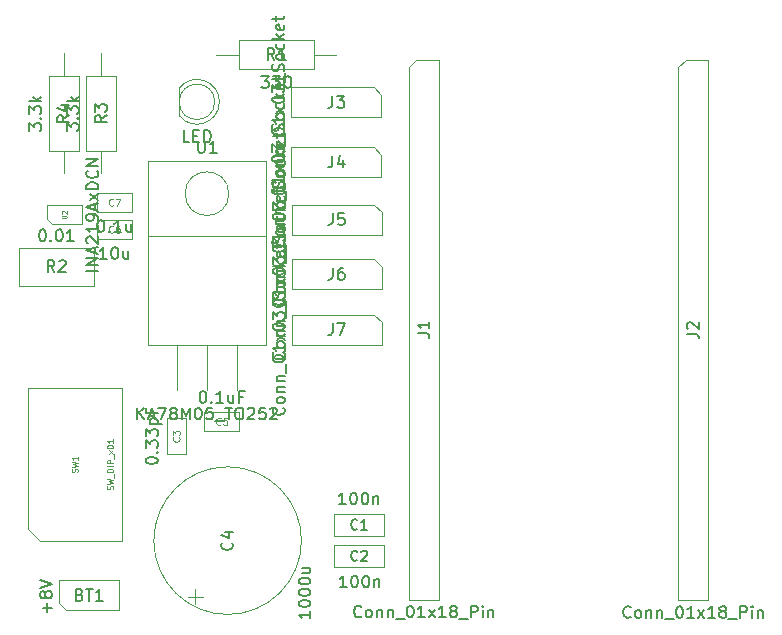
<source format=gbr>
%TF.GenerationSoftware,KiCad,Pcbnew,8.0.2*%
%TF.CreationDate,2025-03-31T19:17:40+02:00*%
%TF.ProjectId,carte_robo_pince,63617274-655f-4726-9f62-6f5f70696e63,rev?*%
%TF.SameCoordinates,Original*%
%TF.FileFunction,AssemblyDrawing,Top*%
%FSLAX46Y46*%
G04 Gerber Fmt 4.6, Leading zero omitted, Abs format (unit mm)*
G04 Created by KiCad (PCBNEW 8.0.2) date 2025-03-31 19:17:40*
%MOMM*%
%LPD*%
G01*
G04 APERTURE LIST*
%ADD10C,0.150000*%
%ADD11C,0.090000*%
%ADD12C,0.129000*%
%ADD13C,0.125000*%
%ADD14C,0.060000*%
%ADD15C,0.100000*%
G04 APERTURE END LIST*
D10*
X106074580Y-82920239D02*
X106122200Y-82967858D01*
X106122200Y-82967858D02*
X106169819Y-83110715D01*
X106169819Y-83110715D02*
X106169819Y-83205953D01*
X106169819Y-83205953D02*
X106122200Y-83348810D01*
X106122200Y-83348810D02*
X106026961Y-83444048D01*
X106026961Y-83444048D02*
X105931723Y-83491667D01*
X105931723Y-83491667D02*
X105741247Y-83539286D01*
X105741247Y-83539286D02*
X105598390Y-83539286D01*
X105598390Y-83539286D02*
X105407914Y-83491667D01*
X105407914Y-83491667D02*
X105312676Y-83444048D01*
X105312676Y-83444048D02*
X105217438Y-83348810D01*
X105217438Y-83348810D02*
X105169819Y-83205953D01*
X105169819Y-83205953D02*
X105169819Y-83110715D01*
X105169819Y-83110715D02*
X105217438Y-82967858D01*
X105217438Y-82967858D02*
X105265057Y-82920239D01*
X106169819Y-82348810D02*
X106122200Y-82444048D01*
X106122200Y-82444048D02*
X106074580Y-82491667D01*
X106074580Y-82491667D02*
X105979342Y-82539286D01*
X105979342Y-82539286D02*
X105693628Y-82539286D01*
X105693628Y-82539286D02*
X105598390Y-82491667D01*
X105598390Y-82491667D02*
X105550771Y-82444048D01*
X105550771Y-82444048D02*
X105503152Y-82348810D01*
X105503152Y-82348810D02*
X105503152Y-82205953D01*
X105503152Y-82205953D02*
X105550771Y-82110715D01*
X105550771Y-82110715D02*
X105598390Y-82063096D01*
X105598390Y-82063096D02*
X105693628Y-82015477D01*
X105693628Y-82015477D02*
X105979342Y-82015477D01*
X105979342Y-82015477D02*
X106074580Y-82063096D01*
X106074580Y-82063096D02*
X106122200Y-82110715D01*
X106122200Y-82110715D02*
X106169819Y-82205953D01*
X106169819Y-82205953D02*
X106169819Y-82348810D01*
X105503152Y-81586905D02*
X106169819Y-81586905D01*
X105598390Y-81586905D02*
X105550771Y-81539286D01*
X105550771Y-81539286D02*
X105503152Y-81444048D01*
X105503152Y-81444048D02*
X105503152Y-81301191D01*
X105503152Y-81301191D02*
X105550771Y-81205953D01*
X105550771Y-81205953D02*
X105646009Y-81158334D01*
X105646009Y-81158334D02*
X106169819Y-81158334D01*
X105503152Y-80682143D02*
X106169819Y-80682143D01*
X105598390Y-80682143D02*
X105550771Y-80634524D01*
X105550771Y-80634524D02*
X105503152Y-80539286D01*
X105503152Y-80539286D02*
X105503152Y-80396429D01*
X105503152Y-80396429D02*
X105550771Y-80301191D01*
X105550771Y-80301191D02*
X105646009Y-80253572D01*
X105646009Y-80253572D02*
X106169819Y-80253572D01*
X106265057Y-80015477D02*
X106265057Y-79253572D01*
X105169819Y-78825000D02*
X105169819Y-78729762D01*
X105169819Y-78729762D02*
X105217438Y-78634524D01*
X105217438Y-78634524D02*
X105265057Y-78586905D01*
X105265057Y-78586905D02*
X105360295Y-78539286D01*
X105360295Y-78539286D02*
X105550771Y-78491667D01*
X105550771Y-78491667D02*
X105788866Y-78491667D01*
X105788866Y-78491667D02*
X105979342Y-78539286D01*
X105979342Y-78539286D02*
X106074580Y-78586905D01*
X106074580Y-78586905D02*
X106122200Y-78634524D01*
X106122200Y-78634524D02*
X106169819Y-78729762D01*
X106169819Y-78729762D02*
X106169819Y-78825000D01*
X106169819Y-78825000D02*
X106122200Y-78920238D01*
X106122200Y-78920238D02*
X106074580Y-78967857D01*
X106074580Y-78967857D02*
X105979342Y-79015476D01*
X105979342Y-79015476D02*
X105788866Y-79063095D01*
X105788866Y-79063095D02*
X105550771Y-79063095D01*
X105550771Y-79063095D02*
X105360295Y-79015476D01*
X105360295Y-79015476D02*
X105265057Y-78967857D01*
X105265057Y-78967857D02*
X105217438Y-78920238D01*
X105217438Y-78920238D02*
X105169819Y-78825000D01*
X106169819Y-77539286D02*
X106169819Y-78110714D01*
X106169819Y-77825000D02*
X105169819Y-77825000D01*
X105169819Y-77825000D02*
X105312676Y-77920238D01*
X105312676Y-77920238D02*
X105407914Y-78015476D01*
X105407914Y-78015476D02*
X105455533Y-78110714D01*
X106169819Y-77205952D02*
X105503152Y-76682143D01*
X105503152Y-77205952D02*
X106169819Y-76682143D01*
X105169819Y-76110714D02*
X105169819Y-76015476D01*
X105169819Y-76015476D02*
X105217438Y-75920238D01*
X105217438Y-75920238D02*
X105265057Y-75872619D01*
X105265057Y-75872619D02*
X105360295Y-75825000D01*
X105360295Y-75825000D02*
X105550771Y-75777381D01*
X105550771Y-75777381D02*
X105788866Y-75777381D01*
X105788866Y-75777381D02*
X105979342Y-75825000D01*
X105979342Y-75825000D02*
X106074580Y-75872619D01*
X106074580Y-75872619D02*
X106122200Y-75920238D01*
X106122200Y-75920238D02*
X106169819Y-76015476D01*
X106169819Y-76015476D02*
X106169819Y-76110714D01*
X106169819Y-76110714D02*
X106122200Y-76205952D01*
X106122200Y-76205952D02*
X106074580Y-76253571D01*
X106074580Y-76253571D02*
X105979342Y-76301190D01*
X105979342Y-76301190D02*
X105788866Y-76348809D01*
X105788866Y-76348809D02*
X105550771Y-76348809D01*
X105550771Y-76348809D02*
X105360295Y-76301190D01*
X105360295Y-76301190D02*
X105265057Y-76253571D01*
X105265057Y-76253571D02*
X105217438Y-76205952D01*
X105217438Y-76205952D02*
X105169819Y-76110714D01*
X105169819Y-75444047D02*
X105169819Y-74825000D01*
X105169819Y-74825000D02*
X105550771Y-75158333D01*
X105550771Y-75158333D02*
X105550771Y-75015476D01*
X105550771Y-75015476D02*
X105598390Y-74920238D01*
X105598390Y-74920238D02*
X105646009Y-74872619D01*
X105646009Y-74872619D02*
X105741247Y-74825000D01*
X105741247Y-74825000D02*
X105979342Y-74825000D01*
X105979342Y-74825000D02*
X106074580Y-74872619D01*
X106074580Y-74872619D02*
X106122200Y-74920238D01*
X106122200Y-74920238D02*
X106169819Y-75015476D01*
X106169819Y-75015476D02*
X106169819Y-75301190D01*
X106169819Y-75301190D02*
X106122200Y-75396428D01*
X106122200Y-75396428D02*
X106074580Y-75444047D01*
X106265057Y-74634524D02*
X106265057Y-73872619D01*
X106122200Y-73682142D02*
X106169819Y-73539285D01*
X106169819Y-73539285D02*
X106169819Y-73301190D01*
X106169819Y-73301190D02*
X106122200Y-73205952D01*
X106122200Y-73205952D02*
X106074580Y-73158333D01*
X106074580Y-73158333D02*
X105979342Y-73110714D01*
X105979342Y-73110714D02*
X105884104Y-73110714D01*
X105884104Y-73110714D02*
X105788866Y-73158333D01*
X105788866Y-73158333D02*
X105741247Y-73205952D01*
X105741247Y-73205952D02*
X105693628Y-73301190D01*
X105693628Y-73301190D02*
X105646009Y-73491666D01*
X105646009Y-73491666D02*
X105598390Y-73586904D01*
X105598390Y-73586904D02*
X105550771Y-73634523D01*
X105550771Y-73634523D02*
X105455533Y-73682142D01*
X105455533Y-73682142D02*
X105360295Y-73682142D01*
X105360295Y-73682142D02*
X105265057Y-73634523D01*
X105265057Y-73634523D02*
X105217438Y-73586904D01*
X105217438Y-73586904D02*
X105169819Y-73491666D01*
X105169819Y-73491666D02*
X105169819Y-73253571D01*
X105169819Y-73253571D02*
X105217438Y-73110714D01*
X106169819Y-72539285D02*
X106122200Y-72634523D01*
X106122200Y-72634523D02*
X106074580Y-72682142D01*
X106074580Y-72682142D02*
X105979342Y-72729761D01*
X105979342Y-72729761D02*
X105693628Y-72729761D01*
X105693628Y-72729761D02*
X105598390Y-72682142D01*
X105598390Y-72682142D02*
X105550771Y-72634523D01*
X105550771Y-72634523D02*
X105503152Y-72539285D01*
X105503152Y-72539285D02*
X105503152Y-72396428D01*
X105503152Y-72396428D02*
X105550771Y-72301190D01*
X105550771Y-72301190D02*
X105598390Y-72253571D01*
X105598390Y-72253571D02*
X105693628Y-72205952D01*
X105693628Y-72205952D02*
X105979342Y-72205952D01*
X105979342Y-72205952D02*
X106074580Y-72253571D01*
X106074580Y-72253571D02*
X106122200Y-72301190D01*
X106122200Y-72301190D02*
X106169819Y-72396428D01*
X106169819Y-72396428D02*
X106169819Y-72539285D01*
X106122200Y-71348809D02*
X106169819Y-71444047D01*
X106169819Y-71444047D02*
X106169819Y-71634523D01*
X106169819Y-71634523D02*
X106122200Y-71729761D01*
X106122200Y-71729761D02*
X106074580Y-71777380D01*
X106074580Y-71777380D02*
X105979342Y-71824999D01*
X105979342Y-71824999D02*
X105693628Y-71824999D01*
X105693628Y-71824999D02*
X105598390Y-71777380D01*
X105598390Y-71777380D02*
X105550771Y-71729761D01*
X105550771Y-71729761D02*
X105503152Y-71634523D01*
X105503152Y-71634523D02*
X105503152Y-71444047D01*
X105503152Y-71444047D02*
X105550771Y-71348809D01*
X106169819Y-70920237D02*
X105169819Y-70920237D01*
X105788866Y-70824999D02*
X106169819Y-70539285D01*
X105503152Y-70539285D02*
X105884104Y-70920237D01*
X106122200Y-69729761D02*
X106169819Y-69824999D01*
X106169819Y-69824999D02*
X106169819Y-70015475D01*
X106169819Y-70015475D02*
X106122200Y-70110713D01*
X106122200Y-70110713D02*
X106026961Y-70158332D01*
X106026961Y-70158332D02*
X105646009Y-70158332D01*
X105646009Y-70158332D02*
X105550771Y-70110713D01*
X105550771Y-70110713D02*
X105503152Y-70015475D01*
X105503152Y-70015475D02*
X105503152Y-69824999D01*
X105503152Y-69824999D02*
X105550771Y-69729761D01*
X105550771Y-69729761D02*
X105646009Y-69682142D01*
X105646009Y-69682142D02*
X105741247Y-69682142D01*
X105741247Y-69682142D02*
X105836485Y-70158332D01*
X105503152Y-69396427D02*
X105503152Y-69015475D01*
X105169819Y-69253570D02*
X106026961Y-69253570D01*
X106026961Y-69253570D02*
X106122200Y-69205951D01*
X106122200Y-69205951D02*
X106169819Y-69110713D01*
X106169819Y-69110713D02*
X106169819Y-69015475D01*
X110251666Y-75779819D02*
X110251666Y-76494104D01*
X110251666Y-76494104D02*
X110204047Y-76636961D01*
X110204047Y-76636961D02*
X110108809Y-76732200D01*
X110108809Y-76732200D02*
X109965952Y-76779819D01*
X109965952Y-76779819D02*
X109870714Y-76779819D01*
X110632619Y-75779819D02*
X111251666Y-75779819D01*
X111251666Y-75779819D02*
X110918333Y-76160771D01*
X110918333Y-76160771D02*
X111061190Y-76160771D01*
X111061190Y-76160771D02*
X111156428Y-76208390D01*
X111156428Y-76208390D02*
X111204047Y-76256009D01*
X111204047Y-76256009D02*
X111251666Y-76351247D01*
X111251666Y-76351247D02*
X111251666Y-76589342D01*
X111251666Y-76589342D02*
X111204047Y-76684580D01*
X111204047Y-76684580D02*
X111156428Y-76732200D01*
X111156428Y-76732200D02*
X111061190Y-76779819D01*
X111061190Y-76779819D02*
X110775476Y-76779819D01*
X110775476Y-76779819D02*
X110680238Y-76732200D01*
X110680238Y-76732200D02*
X110632619Y-76684580D01*
X106099580Y-102170239D02*
X106147200Y-102217858D01*
X106147200Y-102217858D02*
X106194819Y-102360715D01*
X106194819Y-102360715D02*
X106194819Y-102455953D01*
X106194819Y-102455953D02*
X106147200Y-102598810D01*
X106147200Y-102598810D02*
X106051961Y-102694048D01*
X106051961Y-102694048D02*
X105956723Y-102741667D01*
X105956723Y-102741667D02*
X105766247Y-102789286D01*
X105766247Y-102789286D02*
X105623390Y-102789286D01*
X105623390Y-102789286D02*
X105432914Y-102741667D01*
X105432914Y-102741667D02*
X105337676Y-102694048D01*
X105337676Y-102694048D02*
X105242438Y-102598810D01*
X105242438Y-102598810D02*
X105194819Y-102455953D01*
X105194819Y-102455953D02*
X105194819Y-102360715D01*
X105194819Y-102360715D02*
X105242438Y-102217858D01*
X105242438Y-102217858D02*
X105290057Y-102170239D01*
X106194819Y-101598810D02*
X106147200Y-101694048D01*
X106147200Y-101694048D02*
X106099580Y-101741667D01*
X106099580Y-101741667D02*
X106004342Y-101789286D01*
X106004342Y-101789286D02*
X105718628Y-101789286D01*
X105718628Y-101789286D02*
X105623390Y-101741667D01*
X105623390Y-101741667D02*
X105575771Y-101694048D01*
X105575771Y-101694048D02*
X105528152Y-101598810D01*
X105528152Y-101598810D02*
X105528152Y-101455953D01*
X105528152Y-101455953D02*
X105575771Y-101360715D01*
X105575771Y-101360715D02*
X105623390Y-101313096D01*
X105623390Y-101313096D02*
X105718628Y-101265477D01*
X105718628Y-101265477D02*
X106004342Y-101265477D01*
X106004342Y-101265477D02*
X106099580Y-101313096D01*
X106099580Y-101313096D02*
X106147200Y-101360715D01*
X106147200Y-101360715D02*
X106194819Y-101455953D01*
X106194819Y-101455953D02*
X106194819Y-101598810D01*
X105528152Y-100836905D02*
X106194819Y-100836905D01*
X105623390Y-100836905D02*
X105575771Y-100789286D01*
X105575771Y-100789286D02*
X105528152Y-100694048D01*
X105528152Y-100694048D02*
X105528152Y-100551191D01*
X105528152Y-100551191D02*
X105575771Y-100455953D01*
X105575771Y-100455953D02*
X105671009Y-100408334D01*
X105671009Y-100408334D02*
X106194819Y-100408334D01*
X105528152Y-99932143D02*
X106194819Y-99932143D01*
X105623390Y-99932143D02*
X105575771Y-99884524D01*
X105575771Y-99884524D02*
X105528152Y-99789286D01*
X105528152Y-99789286D02*
X105528152Y-99646429D01*
X105528152Y-99646429D02*
X105575771Y-99551191D01*
X105575771Y-99551191D02*
X105671009Y-99503572D01*
X105671009Y-99503572D02*
X106194819Y-99503572D01*
X106290057Y-99265477D02*
X106290057Y-98503572D01*
X105194819Y-98075000D02*
X105194819Y-97979762D01*
X105194819Y-97979762D02*
X105242438Y-97884524D01*
X105242438Y-97884524D02*
X105290057Y-97836905D01*
X105290057Y-97836905D02*
X105385295Y-97789286D01*
X105385295Y-97789286D02*
X105575771Y-97741667D01*
X105575771Y-97741667D02*
X105813866Y-97741667D01*
X105813866Y-97741667D02*
X106004342Y-97789286D01*
X106004342Y-97789286D02*
X106099580Y-97836905D01*
X106099580Y-97836905D02*
X106147200Y-97884524D01*
X106147200Y-97884524D02*
X106194819Y-97979762D01*
X106194819Y-97979762D02*
X106194819Y-98075000D01*
X106194819Y-98075000D02*
X106147200Y-98170238D01*
X106147200Y-98170238D02*
X106099580Y-98217857D01*
X106099580Y-98217857D02*
X106004342Y-98265476D01*
X106004342Y-98265476D02*
X105813866Y-98313095D01*
X105813866Y-98313095D02*
X105575771Y-98313095D01*
X105575771Y-98313095D02*
X105385295Y-98265476D01*
X105385295Y-98265476D02*
X105290057Y-98217857D01*
X105290057Y-98217857D02*
X105242438Y-98170238D01*
X105242438Y-98170238D02*
X105194819Y-98075000D01*
X106194819Y-96789286D02*
X106194819Y-97360714D01*
X106194819Y-97075000D02*
X105194819Y-97075000D01*
X105194819Y-97075000D02*
X105337676Y-97170238D01*
X105337676Y-97170238D02*
X105432914Y-97265476D01*
X105432914Y-97265476D02*
X105480533Y-97360714D01*
X106194819Y-96455952D02*
X105528152Y-95932143D01*
X105528152Y-96455952D02*
X106194819Y-95932143D01*
X105194819Y-95360714D02*
X105194819Y-95265476D01*
X105194819Y-95265476D02*
X105242438Y-95170238D01*
X105242438Y-95170238D02*
X105290057Y-95122619D01*
X105290057Y-95122619D02*
X105385295Y-95075000D01*
X105385295Y-95075000D02*
X105575771Y-95027381D01*
X105575771Y-95027381D02*
X105813866Y-95027381D01*
X105813866Y-95027381D02*
X106004342Y-95075000D01*
X106004342Y-95075000D02*
X106099580Y-95122619D01*
X106099580Y-95122619D02*
X106147200Y-95170238D01*
X106147200Y-95170238D02*
X106194819Y-95265476D01*
X106194819Y-95265476D02*
X106194819Y-95360714D01*
X106194819Y-95360714D02*
X106147200Y-95455952D01*
X106147200Y-95455952D02*
X106099580Y-95503571D01*
X106099580Y-95503571D02*
X106004342Y-95551190D01*
X106004342Y-95551190D02*
X105813866Y-95598809D01*
X105813866Y-95598809D02*
X105575771Y-95598809D01*
X105575771Y-95598809D02*
X105385295Y-95551190D01*
X105385295Y-95551190D02*
X105290057Y-95503571D01*
X105290057Y-95503571D02*
X105242438Y-95455952D01*
X105242438Y-95455952D02*
X105194819Y-95360714D01*
X105194819Y-94694047D02*
X105194819Y-94075000D01*
X105194819Y-94075000D02*
X105575771Y-94408333D01*
X105575771Y-94408333D02*
X105575771Y-94265476D01*
X105575771Y-94265476D02*
X105623390Y-94170238D01*
X105623390Y-94170238D02*
X105671009Y-94122619D01*
X105671009Y-94122619D02*
X105766247Y-94075000D01*
X105766247Y-94075000D02*
X106004342Y-94075000D01*
X106004342Y-94075000D02*
X106099580Y-94122619D01*
X106099580Y-94122619D02*
X106147200Y-94170238D01*
X106147200Y-94170238D02*
X106194819Y-94265476D01*
X106194819Y-94265476D02*
X106194819Y-94551190D01*
X106194819Y-94551190D02*
X106147200Y-94646428D01*
X106147200Y-94646428D02*
X106099580Y-94694047D01*
X106290057Y-93884524D02*
X106290057Y-93122619D01*
X106147200Y-92932142D02*
X106194819Y-92789285D01*
X106194819Y-92789285D02*
X106194819Y-92551190D01*
X106194819Y-92551190D02*
X106147200Y-92455952D01*
X106147200Y-92455952D02*
X106099580Y-92408333D01*
X106099580Y-92408333D02*
X106004342Y-92360714D01*
X106004342Y-92360714D02*
X105909104Y-92360714D01*
X105909104Y-92360714D02*
X105813866Y-92408333D01*
X105813866Y-92408333D02*
X105766247Y-92455952D01*
X105766247Y-92455952D02*
X105718628Y-92551190D01*
X105718628Y-92551190D02*
X105671009Y-92741666D01*
X105671009Y-92741666D02*
X105623390Y-92836904D01*
X105623390Y-92836904D02*
X105575771Y-92884523D01*
X105575771Y-92884523D02*
X105480533Y-92932142D01*
X105480533Y-92932142D02*
X105385295Y-92932142D01*
X105385295Y-92932142D02*
X105290057Y-92884523D01*
X105290057Y-92884523D02*
X105242438Y-92836904D01*
X105242438Y-92836904D02*
X105194819Y-92741666D01*
X105194819Y-92741666D02*
X105194819Y-92503571D01*
X105194819Y-92503571D02*
X105242438Y-92360714D01*
X106194819Y-91789285D02*
X106147200Y-91884523D01*
X106147200Y-91884523D02*
X106099580Y-91932142D01*
X106099580Y-91932142D02*
X106004342Y-91979761D01*
X106004342Y-91979761D02*
X105718628Y-91979761D01*
X105718628Y-91979761D02*
X105623390Y-91932142D01*
X105623390Y-91932142D02*
X105575771Y-91884523D01*
X105575771Y-91884523D02*
X105528152Y-91789285D01*
X105528152Y-91789285D02*
X105528152Y-91646428D01*
X105528152Y-91646428D02*
X105575771Y-91551190D01*
X105575771Y-91551190D02*
X105623390Y-91503571D01*
X105623390Y-91503571D02*
X105718628Y-91455952D01*
X105718628Y-91455952D02*
X106004342Y-91455952D01*
X106004342Y-91455952D02*
X106099580Y-91503571D01*
X106099580Y-91503571D02*
X106147200Y-91551190D01*
X106147200Y-91551190D02*
X106194819Y-91646428D01*
X106194819Y-91646428D02*
X106194819Y-91789285D01*
X106147200Y-90598809D02*
X106194819Y-90694047D01*
X106194819Y-90694047D02*
X106194819Y-90884523D01*
X106194819Y-90884523D02*
X106147200Y-90979761D01*
X106147200Y-90979761D02*
X106099580Y-91027380D01*
X106099580Y-91027380D02*
X106004342Y-91074999D01*
X106004342Y-91074999D02*
X105718628Y-91074999D01*
X105718628Y-91074999D02*
X105623390Y-91027380D01*
X105623390Y-91027380D02*
X105575771Y-90979761D01*
X105575771Y-90979761D02*
X105528152Y-90884523D01*
X105528152Y-90884523D02*
X105528152Y-90694047D01*
X105528152Y-90694047D02*
X105575771Y-90598809D01*
X106194819Y-90170237D02*
X105194819Y-90170237D01*
X105813866Y-90074999D02*
X106194819Y-89789285D01*
X105528152Y-89789285D02*
X105909104Y-90170237D01*
X106147200Y-88979761D02*
X106194819Y-89074999D01*
X106194819Y-89074999D02*
X106194819Y-89265475D01*
X106194819Y-89265475D02*
X106147200Y-89360713D01*
X106147200Y-89360713D02*
X106051961Y-89408332D01*
X106051961Y-89408332D02*
X105671009Y-89408332D01*
X105671009Y-89408332D02*
X105575771Y-89360713D01*
X105575771Y-89360713D02*
X105528152Y-89265475D01*
X105528152Y-89265475D02*
X105528152Y-89074999D01*
X105528152Y-89074999D02*
X105575771Y-88979761D01*
X105575771Y-88979761D02*
X105671009Y-88932142D01*
X105671009Y-88932142D02*
X105766247Y-88932142D01*
X105766247Y-88932142D02*
X105861485Y-89408332D01*
X105528152Y-88646427D02*
X105528152Y-88265475D01*
X105194819Y-88503570D02*
X106051961Y-88503570D01*
X106051961Y-88503570D02*
X106147200Y-88455951D01*
X106147200Y-88455951D02*
X106194819Y-88360713D01*
X106194819Y-88360713D02*
X106194819Y-88265475D01*
X110276666Y-95029819D02*
X110276666Y-95744104D01*
X110276666Y-95744104D02*
X110229047Y-95886961D01*
X110229047Y-95886961D02*
X110133809Y-95982200D01*
X110133809Y-95982200D02*
X109990952Y-96029819D01*
X109990952Y-96029819D02*
X109895714Y-96029819D01*
X110657619Y-95029819D02*
X111324285Y-95029819D01*
X111324285Y-95029819D02*
X110895714Y-96029819D01*
X112690475Y-119829580D02*
X112642856Y-119877200D01*
X112642856Y-119877200D02*
X112499999Y-119924819D01*
X112499999Y-119924819D02*
X112404761Y-119924819D01*
X112404761Y-119924819D02*
X112261904Y-119877200D01*
X112261904Y-119877200D02*
X112166666Y-119781961D01*
X112166666Y-119781961D02*
X112119047Y-119686723D01*
X112119047Y-119686723D02*
X112071428Y-119496247D01*
X112071428Y-119496247D02*
X112071428Y-119353390D01*
X112071428Y-119353390D02*
X112119047Y-119162914D01*
X112119047Y-119162914D02*
X112166666Y-119067676D01*
X112166666Y-119067676D02*
X112261904Y-118972438D01*
X112261904Y-118972438D02*
X112404761Y-118924819D01*
X112404761Y-118924819D02*
X112499999Y-118924819D01*
X112499999Y-118924819D02*
X112642856Y-118972438D01*
X112642856Y-118972438D02*
X112690475Y-119020057D01*
X113261904Y-119924819D02*
X113166666Y-119877200D01*
X113166666Y-119877200D02*
X113119047Y-119829580D01*
X113119047Y-119829580D02*
X113071428Y-119734342D01*
X113071428Y-119734342D02*
X113071428Y-119448628D01*
X113071428Y-119448628D02*
X113119047Y-119353390D01*
X113119047Y-119353390D02*
X113166666Y-119305771D01*
X113166666Y-119305771D02*
X113261904Y-119258152D01*
X113261904Y-119258152D02*
X113404761Y-119258152D01*
X113404761Y-119258152D02*
X113499999Y-119305771D01*
X113499999Y-119305771D02*
X113547618Y-119353390D01*
X113547618Y-119353390D02*
X113595237Y-119448628D01*
X113595237Y-119448628D02*
X113595237Y-119734342D01*
X113595237Y-119734342D02*
X113547618Y-119829580D01*
X113547618Y-119829580D02*
X113499999Y-119877200D01*
X113499999Y-119877200D02*
X113404761Y-119924819D01*
X113404761Y-119924819D02*
X113261904Y-119924819D01*
X114023809Y-119258152D02*
X114023809Y-119924819D01*
X114023809Y-119353390D02*
X114071428Y-119305771D01*
X114071428Y-119305771D02*
X114166666Y-119258152D01*
X114166666Y-119258152D02*
X114309523Y-119258152D01*
X114309523Y-119258152D02*
X114404761Y-119305771D01*
X114404761Y-119305771D02*
X114452380Y-119401009D01*
X114452380Y-119401009D02*
X114452380Y-119924819D01*
X114928571Y-119258152D02*
X114928571Y-119924819D01*
X114928571Y-119353390D02*
X114976190Y-119305771D01*
X114976190Y-119305771D02*
X115071428Y-119258152D01*
X115071428Y-119258152D02*
X115214285Y-119258152D01*
X115214285Y-119258152D02*
X115309523Y-119305771D01*
X115309523Y-119305771D02*
X115357142Y-119401009D01*
X115357142Y-119401009D02*
X115357142Y-119924819D01*
X115595238Y-120020057D02*
X116357142Y-120020057D01*
X116785714Y-118924819D02*
X116880952Y-118924819D01*
X116880952Y-118924819D02*
X116976190Y-118972438D01*
X116976190Y-118972438D02*
X117023809Y-119020057D01*
X117023809Y-119020057D02*
X117071428Y-119115295D01*
X117071428Y-119115295D02*
X117119047Y-119305771D01*
X117119047Y-119305771D02*
X117119047Y-119543866D01*
X117119047Y-119543866D02*
X117071428Y-119734342D01*
X117071428Y-119734342D02*
X117023809Y-119829580D01*
X117023809Y-119829580D02*
X116976190Y-119877200D01*
X116976190Y-119877200D02*
X116880952Y-119924819D01*
X116880952Y-119924819D02*
X116785714Y-119924819D01*
X116785714Y-119924819D02*
X116690476Y-119877200D01*
X116690476Y-119877200D02*
X116642857Y-119829580D01*
X116642857Y-119829580D02*
X116595238Y-119734342D01*
X116595238Y-119734342D02*
X116547619Y-119543866D01*
X116547619Y-119543866D02*
X116547619Y-119305771D01*
X116547619Y-119305771D02*
X116595238Y-119115295D01*
X116595238Y-119115295D02*
X116642857Y-119020057D01*
X116642857Y-119020057D02*
X116690476Y-118972438D01*
X116690476Y-118972438D02*
X116785714Y-118924819D01*
X118071428Y-119924819D02*
X117500000Y-119924819D01*
X117785714Y-119924819D02*
X117785714Y-118924819D01*
X117785714Y-118924819D02*
X117690476Y-119067676D01*
X117690476Y-119067676D02*
X117595238Y-119162914D01*
X117595238Y-119162914D02*
X117500000Y-119210533D01*
X118404762Y-119924819D02*
X118928571Y-119258152D01*
X118404762Y-119258152D02*
X118928571Y-119924819D01*
X119833333Y-119924819D02*
X119261905Y-119924819D01*
X119547619Y-119924819D02*
X119547619Y-118924819D01*
X119547619Y-118924819D02*
X119452381Y-119067676D01*
X119452381Y-119067676D02*
X119357143Y-119162914D01*
X119357143Y-119162914D02*
X119261905Y-119210533D01*
X120404762Y-119353390D02*
X120309524Y-119305771D01*
X120309524Y-119305771D02*
X120261905Y-119258152D01*
X120261905Y-119258152D02*
X120214286Y-119162914D01*
X120214286Y-119162914D02*
X120214286Y-119115295D01*
X120214286Y-119115295D02*
X120261905Y-119020057D01*
X120261905Y-119020057D02*
X120309524Y-118972438D01*
X120309524Y-118972438D02*
X120404762Y-118924819D01*
X120404762Y-118924819D02*
X120595238Y-118924819D01*
X120595238Y-118924819D02*
X120690476Y-118972438D01*
X120690476Y-118972438D02*
X120738095Y-119020057D01*
X120738095Y-119020057D02*
X120785714Y-119115295D01*
X120785714Y-119115295D02*
X120785714Y-119162914D01*
X120785714Y-119162914D02*
X120738095Y-119258152D01*
X120738095Y-119258152D02*
X120690476Y-119305771D01*
X120690476Y-119305771D02*
X120595238Y-119353390D01*
X120595238Y-119353390D02*
X120404762Y-119353390D01*
X120404762Y-119353390D02*
X120309524Y-119401009D01*
X120309524Y-119401009D02*
X120261905Y-119448628D01*
X120261905Y-119448628D02*
X120214286Y-119543866D01*
X120214286Y-119543866D02*
X120214286Y-119734342D01*
X120214286Y-119734342D02*
X120261905Y-119829580D01*
X120261905Y-119829580D02*
X120309524Y-119877200D01*
X120309524Y-119877200D02*
X120404762Y-119924819D01*
X120404762Y-119924819D02*
X120595238Y-119924819D01*
X120595238Y-119924819D02*
X120690476Y-119877200D01*
X120690476Y-119877200D02*
X120738095Y-119829580D01*
X120738095Y-119829580D02*
X120785714Y-119734342D01*
X120785714Y-119734342D02*
X120785714Y-119543866D01*
X120785714Y-119543866D02*
X120738095Y-119448628D01*
X120738095Y-119448628D02*
X120690476Y-119401009D01*
X120690476Y-119401009D02*
X120595238Y-119353390D01*
X120976191Y-120020057D02*
X121738095Y-120020057D01*
X121976191Y-119924819D02*
X121976191Y-118924819D01*
X121976191Y-118924819D02*
X122357143Y-118924819D01*
X122357143Y-118924819D02*
X122452381Y-118972438D01*
X122452381Y-118972438D02*
X122500000Y-119020057D01*
X122500000Y-119020057D02*
X122547619Y-119115295D01*
X122547619Y-119115295D02*
X122547619Y-119258152D01*
X122547619Y-119258152D02*
X122500000Y-119353390D01*
X122500000Y-119353390D02*
X122452381Y-119401009D01*
X122452381Y-119401009D02*
X122357143Y-119448628D01*
X122357143Y-119448628D02*
X121976191Y-119448628D01*
X122976191Y-119924819D02*
X122976191Y-119258152D01*
X122976191Y-118924819D02*
X122928572Y-118972438D01*
X122928572Y-118972438D02*
X122976191Y-119020057D01*
X122976191Y-119020057D02*
X123023810Y-118972438D01*
X123023810Y-118972438D02*
X122976191Y-118924819D01*
X122976191Y-118924819D02*
X122976191Y-119020057D01*
X123452381Y-119258152D02*
X123452381Y-119924819D01*
X123452381Y-119353390D02*
X123500000Y-119305771D01*
X123500000Y-119305771D02*
X123595238Y-119258152D01*
X123595238Y-119258152D02*
X123738095Y-119258152D01*
X123738095Y-119258152D02*
X123833333Y-119305771D01*
X123833333Y-119305771D02*
X123880952Y-119401009D01*
X123880952Y-119401009D02*
X123880952Y-119924819D01*
X117454819Y-95883333D02*
X118169104Y-95883333D01*
X118169104Y-95883333D02*
X118311961Y-95930952D01*
X118311961Y-95930952D02*
X118407200Y-96026190D01*
X118407200Y-96026190D02*
X118454819Y-96169047D01*
X118454819Y-96169047D02*
X118454819Y-96264285D01*
X118454819Y-94883333D02*
X118454819Y-95454761D01*
X118454819Y-95169047D02*
X117454819Y-95169047D01*
X117454819Y-95169047D02*
X117597676Y-95264285D01*
X117597676Y-95264285D02*
X117692914Y-95359523D01*
X117692914Y-95359523D02*
X117740533Y-95454761D01*
X104224286Y-74104819D02*
X104843333Y-74104819D01*
X104843333Y-74104819D02*
X104510000Y-74485771D01*
X104510000Y-74485771D02*
X104652857Y-74485771D01*
X104652857Y-74485771D02*
X104748095Y-74533390D01*
X104748095Y-74533390D02*
X104795714Y-74581009D01*
X104795714Y-74581009D02*
X104843333Y-74676247D01*
X104843333Y-74676247D02*
X104843333Y-74914342D01*
X104843333Y-74914342D02*
X104795714Y-75009580D01*
X104795714Y-75009580D02*
X104748095Y-75057200D01*
X104748095Y-75057200D02*
X104652857Y-75104819D01*
X104652857Y-75104819D02*
X104367143Y-75104819D01*
X104367143Y-75104819D02*
X104271905Y-75057200D01*
X104271905Y-75057200D02*
X104224286Y-75009580D01*
X105176667Y-74104819D02*
X105795714Y-74104819D01*
X105795714Y-74104819D02*
X105462381Y-74485771D01*
X105462381Y-74485771D02*
X105605238Y-74485771D01*
X105605238Y-74485771D02*
X105700476Y-74533390D01*
X105700476Y-74533390D02*
X105748095Y-74581009D01*
X105748095Y-74581009D02*
X105795714Y-74676247D01*
X105795714Y-74676247D02*
X105795714Y-74914342D01*
X105795714Y-74914342D02*
X105748095Y-75009580D01*
X105748095Y-75009580D02*
X105700476Y-75057200D01*
X105700476Y-75057200D02*
X105605238Y-75104819D01*
X105605238Y-75104819D02*
X105319524Y-75104819D01*
X105319524Y-75104819D02*
X105224286Y-75057200D01*
X105224286Y-75057200D02*
X105176667Y-75009580D01*
X106414762Y-74104819D02*
X106510000Y-74104819D01*
X106510000Y-74104819D02*
X106605238Y-74152438D01*
X106605238Y-74152438D02*
X106652857Y-74200057D01*
X106652857Y-74200057D02*
X106700476Y-74295295D01*
X106700476Y-74295295D02*
X106748095Y-74485771D01*
X106748095Y-74485771D02*
X106748095Y-74723866D01*
X106748095Y-74723866D02*
X106700476Y-74914342D01*
X106700476Y-74914342D02*
X106652857Y-75009580D01*
X106652857Y-75009580D02*
X106605238Y-75057200D01*
X106605238Y-75057200D02*
X106510000Y-75104819D01*
X106510000Y-75104819D02*
X106414762Y-75104819D01*
X106414762Y-75104819D02*
X106319524Y-75057200D01*
X106319524Y-75057200D02*
X106271905Y-75009580D01*
X106271905Y-75009580D02*
X106224286Y-74914342D01*
X106224286Y-74914342D02*
X106176667Y-74723866D01*
X106176667Y-74723866D02*
X106176667Y-74485771D01*
X106176667Y-74485771D02*
X106224286Y-74295295D01*
X106224286Y-74295295D02*
X106271905Y-74200057D01*
X106271905Y-74200057D02*
X106319524Y-74152438D01*
X106319524Y-74152438D02*
X106414762Y-74104819D01*
X105343333Y-72734819D02*
X105010000Y-72258628D01*
X104771905Y-72734819D02*
X104771905Y-71734819D01*
X104771905Y-71734819D02*
X105152857Y-71734819D01*
X105152857Y-71734819D02*
X105248095Y-71782438D01*
X105248095Y-71782438D02*
X105295714Y-71830057D01*
X105295714Y-71830057D02*
X105343333Y-71925295D01*
X105343333Y-71925295D02*
X105343333Y-72068152D01*
X105343333Y-72068152D02*
X105295714Y-72163390D01*
X105295714Y-72163390D02*
X105248095Y-72211009D01*
X105248095Y-72211009D02*
X105152857Y-72258628D01*
X105152857Y-72258628D02*
X104771905Y-72258628D01*
X106295714Y-72734819D02*
X105724286Y-72734819D01*
X106010000Y-72734819D02*
X106010000Y-71734819D01*
X106010000Y-71734819D02*
X105914762Y-71877676D01*
X105914762Y-71877676D02*
X105819524Y-71972914D01*
X105819524Y-71972914D02*
X105724286Y-72020533D01*
X94454819Y-106694047D02*
X94454819Y-106598809D01*
X94454819Y-106598809D02*
X94502438Y-106503571D01*
X94502438Y-106503571D02*
X94550057Y-106455952D01*
X94550057Y-106455952D02*
X94645295Y-106408333D01*
X94645295Y-106408333D02*
X94835771Y-106360714D01*
X94835771Y-106360714D02*
X95073866Y-106360714D01*
X95073866Y-106360714D02*
X95264342Y-106408333D01*
X95264342Y-106408333D02*
X95359580Y-106455952D01*
X95359580Y-106455952D02*
X95407200Y-106503571D01*
X95407200Y-106503571D02*
X95454819Y-106598809D01*
X95454819Y-106598809D02*
X95454819Y-106694047D01*
X95454819Y-106694047D02*
X95407200Y-106789285D01*
X95407200Y-106789285D02*
X95359580Y-106836904D01*
X95359580Y-106836904D02*
X95264342Y-106884523D01*
X95264342Y-106884523D02*
X95073866Y-106932142D01*
X95073866Y-106932142D02*
X94835771Y-106932142D01*
X94835771Y-106932142D02*
X94645295Y-106884523D01*
X94645295Y-106884523D02*
X94550057Y-106836904D01*
X94550057Y-106836904D02*
X94502438Y-106789285D01*
X94502438Y-106789285D02*
X94454819Y-106694047D01*
X95359580Y-105932142D02*
X95407200Y-105884523D01*
X95407200Y-105884523D02*
X95454819Y-105932142D01*
X95454819Y-105932142D02*
X95407200Y-105979761D01*
X95407200Y-105979761D02*
X95359580Y-105932142D01*
X95359580Y-105932142D02*
X95454819Y-105932142D01*
X94454819Y-105551190D02*
X94454819Y-104932143D01*
X94454819Y-104932143D02*
X94835771Y-105265476D01*
X94835771Y-105265476D02*
X94835771Y-105122619D01*
X94835771Y-105122619D02*
X94883390Y-105027381D01*
X94883390Y-105027381D02*
X94931009Y-104979762D01*
X94931009Y-104979762D02*
X95026247Y-104932143D01*
X95026247Y-104932143D02*
X95264342Y-104932143D01*
X95264342Y-104932143D02*
X95359580Y-104979762D01*
X95359580Y-104979762D02*
X95407200Y-105027381D01*
X95407200Y-105027381D02*
X95454819Y-105122619D01*
X95454819Y-105122619D02*
X95454819Y-105408333D01*
X95454819Y-105408333D02*
X95407200Y-105503571D01*
X95407200Y-105503571D02*
X95359580Y-105551190D01*
X94454819Y-104598809D02*
X94454819Y-103979762D01*
X94454819Y-103979762D02*
X94835771Y-104313095D01*
X94835771Y-104313095D02*
X94835771Y-104170238D01*
X94835771Y-104170238D02*
X94883390Y-104075000D01*
X94883390Y-104075000D02*
X94931009Y-104027381D01*
X94931009Y-104027381D02*
X95026247Y-103979762D01*
X95026247Y-103979762D02*
X95264342Y-103979762D01*
X95264342Y-103979762D02*
X95359580Y-104027381D01*
X95359580Y-104027381D02*
X95407200Y-104075000D01*
X95407200Y-104075000D02*
X95454819Y-104170238D01*
X95454819Y-104170238D02*
X95454819Y-104455952D01*
X95454819Y-104455952D02*
X95407200Y-104551190D01*
X95407200Y-104551190D02*
X95359580Y-104598809D01*
X94788152Y-103551190D02*
X95788152Y-103551190D01*
X94835771Y-103551190D02*
X94788152Y-103455952D01*
X94788152Y-103455952D02*
X94788152Y-103265476D01*
X94788152Y-103265476D02*
X94835771Y-103170238D01*
X94835771Y-103170238D02*
X94883390Y-103122619D01*
X94883390Y-103122619D02*
X94978628Y-103075000D01*
X94978628Y-103075000D02*
X95264342Y-103075000D01*
X95264342Y-103075000D02*
X95359580Y-103122619D01*
X95359580Y-103122619D02*
X95407200Y-103170238D01*
X95407200Y-103170238D02*
X95454819Y-103265476D01*
X95454819Y-103265476D02*
X95454819Y-103455952D01*
X95454819Y-103455952D02*
X95407200Y-103551190D01*
X94931009Y-102313095D02*
X94931009Y-102646428D01*
X95454819Y-102646428D02*
X94454819Y-102646428D01*
X94454819Y-102646428D02*
X94454819Y-102170238D01*
D11*
X97265748Y-104674999D02*
X97294320Y-104703571D01*
X97294320Y-104703571D02*
X97322891Y-104789285D01*
X97322891Y-104789285D02*
X97322891Y-104846428D01*
X97322891Y-104846428D02*
X97294320Y-104932142D01*
X97294320Y-104932142D02*
X97237177Y-104989285D01*
X97237177Y-104989285D02*
X97180034Y-105017856D01*
X97180034Y-105017856D02*
X97065748Y-105046428D01*
X97065748Y-105046428D02*
X96980034Y-105046428D01*
X96980034Y-105046428D02*
X96865748Y-105017856D01*
X96865748Y-105017856D02*
X96808605Y-104989285D01*
X96808605Y-104989285D02*
X96751462Y-104932142D01*
X96751462Y-104932142D02*
X96722891Y-104846428D01*
X96722891Y-104846428D02*
X96722891Y-104789285D01*
X96722891Y-104789285D02*
X96751462Y-104703571D01*
X96751462Y-104703571D02*
X96780034Y-104674999D01*
X96722891Y-104474999D02*
X96722891Y-104103571D01*
X96722891Y-104103571D02*
X96951462Y-104303571D01*
X96951462Y-104303571D02*
X96951462Y-104217856D01*
X96951462Y-104217856D02*
X96980034Y-104160714D01*
X96980034Y-104160714D02*
X97008605Y-104132142D01*
X97008605Y-104132142D02*
X97065748Y-104103571D01*
X97065748Y-104103571D02*
X97208605Y-104103571D01*
X97208605Y-104103571D02*
X97265748Y-104132142D01*
X97265748Y-104132142D02*
X97294320Y-104160714D01*
X97294320Y-104160714D02*
X97322891Y-104217856D01*
X97322891Y-104217856D02*
X97322891Y-104389285D01*
X97322891Y-104389285D02*
X97294320Y-104446428D01*
X97294320Y-104446428D02*
X97265748Y-104474999D01*
D10*
X86113866Y-119480713D02*
X86113866Y-118718809D01*
X86494819Y-119099761D02*
X85732914Y-119099761D01*
X85923390Y-118099761D02*
X85875771Y-118194999D01*
X85875771Y-118194999D02*
X85828152Y-118242618D01*
X85828152Y-118242618D02*
X85732914Y-118290237D01*
X85732914Y-118290237D02*
X85685295Y-118290237D01*
X85685295Y-118290237D02*
X85590057Y-118242618D01*
X85590057Y-118242618D02*
X85542438Y-118194999D01*
X85542438Y-118194999D02*
X85494819Y-118099761D01*
X85494819Y-118099761D02*
X85494819Y-117909285D01*
X85494819Y-117909285D02*
X85542438Y-117814047D01*
X85542438Y-117814047D02*
X85590057Y-117766428D01*
X85590057Y-117766428D02*
X85685295Y-117718809D01*
X85685295Y-117718809D02*
X85732914Y-117718809D01*
X85732914Y-117718809D02*
X85828152Y-117766428D01*
X85828152Y-117766428D02*
X85875771Y-117814047D01*
X85875771Y-117814047D02*
X85923390Y-117909285D01*
X85923390Y-117909285D02*
X85923390Y-118099761D01*
X85923390Y-118099761D02*
X85971009Y-118194999D01*
X85971009Y-118194999D02*
X86018628Y-118242618D01*
X86018628Y-118242618D02*
X86113866Y-118290237D01*
X86113866Y-118290237D02*
X86304342Y-118290237D01*
X86304342Y-118290237D02*
X86399580Y-118242618D01*
X86399580Y-118242618D02*
X86447200Y-118194999D01*
X86447200Y-118194999D02*
X86494819Y-118099761D01*
X86494819Y-118099761D02*
X86494819Y-117909285D01*
X86494819Y-117909285D02*
X86447200Y-117814047D01*
X86447200Y-117814047D02*
X86399580Y-117766428D01*
X86399580Y-117766428D02*
X86304342Y-117718809D01*
X86304342Y-117718809D02*
X86113866Y-117718809D01*
X86113866Y-117718809D02*
X86018628Y-117766428D01*
X86018628Y-117766428D02*
X85971009Y-117814047D01*
X85971009Y-117814047D02*
X85923390Y-117909285D01*
X85494819Y-117433094D02*
X86494819Y-117099761D01*
X86494819Y-117099761D02*
X85494819Y-116766428D01*
X88849285Y-118001009D02*
X88992142Y-118048628D01*
X88992142Y-118048628D02*
X89039761Y-118096247D01*
X89039761Y-118096247D02*
X89087380Y-118191485D01*
X89087380Y-118191485D02*
X89087380Y-118334342D01*
X89087380Y-118334342D02*
X89039761Y-118429580D01*
X89039761Y-118429580D02*
X88992142Y-118477200D01*
X88992142Y-118477200D02*
X88896904Y-118524819D01*
X88896904Y-118524819D02*
X88515952Y-118524819D01*
X88515952Y-118524819D02*
X88515952Y-117524819D01*
X88515952Y-117524819D02*
X88849285Y-117524819D01*
X88849285Y-117524819D02*
X88944523Y-117572438D01*
X88944523Y-117572438D02*
X88992142Y-117620057D01*
X88992142Y-117620057D02*
X89039761Y-117715295D01*
X89039761Y-117715295D02*
X89039761Y-117810533D01*
X89039761Y-117810533D02*
X88992142Y-117905771D01*
X88992142Y-117905771D02*
X88944523Y-117953390D01*
X88944523Y-117953390D02*
X88849285Y-118001009D01*
X88849285Y-118001009D02*
X88515952Y-118001009D01*
X89373095Y-117524819D02*
X89944523Y-117524819D01*
X89658809Y-118524819D02*
X89658809Y-117524819D01*
X90801666Y-118524819D02*
X90230238Y-118524819D01*
X90515952Y-118524819D02*
X90515952Y-117524819D01*
X90515952Y-117524819D02*
X90420714Y-117667676D01*
X90420714Y-117667676D02*
X90325476Y-117762914D01*
X90325476Y-117762914D02*
X90230238Y-117810533D01*
X108379819Y-119420238D02*
X108379819Y-119991666D01*
X108379819Y-119705952D02*
X107379819Y-119705952D01*
X107379819Y-119705952D02*
X107522676Y-119801190D01*
X107522676Y-119801190D02*
X107617914Y-119896428D01*
X107617914Y-119896428D02*
X107665533Y-119991666D01*
X107379819Y-118801190D02*
X107379819Y-118705952D01*
X107379819Y-118705952D02*
X107427438Y-118610714D01*
X107427438Y-118610714D02*
X107475057Y-118563095D01*
X107475057Y-118563095D02*
X107570295Y-118515476D01*
X107570295Y-118515476D02*
X107760771Y-118467857D01*
X107760771Y-118467857D02*
X107998866Y-118467857D01*
X107998866Y-118467857D02*
X108189342Y-118515476D01*
X108189342Y-118515476D02*
X108284580Y-118563095D01*
X108284580Y-118563095D02*
X108332200Y-118610714D01*
X108332200Y-118610714D02*
X108379819Y-118705952D01*
X108379819Y-118705952D02*
X108379819Y-118801190D01*
X108379819Y-118801190D02*
X108332200Y-118896428D01*
X108332200Y-118896428D02*
X108284580Y-118944047D01*
X108284580Y-118944047D02*
X108189342Y-118991666D01*
X108189342Y-118991666D02*
X107998866Y-119039285D01*
X107998866Y-119039285D02*
X107760771Y-119039285D01*
X107760771Y-119039285D02*
X107570295Y-118991666D01*
X107570295Y-118991666D02*
X107475057Y-118944047D01*
X107475057Y-118944047D02*
X107427438Y-118896428D01*
X107427438Y-118896428D02*
X107379819Y-118801190D01*
X107379819Y-117848809D02*
X107379819Y-117753571D01*
X107379819Y-117753571D02*
X107427438Y-117658333D01*
X107427438Y-117658333D02*
X107475057Y-117610714D01*
X107475057Y-117610714D02*
X107570295Y-117563095D01*
X107570295Y-117563095D02*
X107760771Y-117515476D01*
X107760771Y-117515476D02*
X107998866Y-117515476D01*
X107998866Y-117515476D02*
X108189342Y-117563095D01*
X108189342Y-117563095D02*
X108284580Y-117610714D01*
X108284580Y-117610714D02*
X108332200Y-117658333D01*
X108332200Y-117658333D02*
X108379819Y-117753571D01*
X108379819Y-117753571D02*
X108379819Y-117848809D01*
X108379819Y-117848809D02*
X108332200Y-117944047D01*
X108332200Y-117944047D02*
X108284580Y-117991666D01*
X108284580Y-117991666D02*
X108189342Y-118039285D01*
X108189342Y-118039285D02*
X107998866Y-118086904D01*
X107998866Y-118086904D02*
X107760771Y-118086904D01*
X107760771Y-118086904D02*
X107570295Y-118039285D01*
X107570295Y-118039285D02*
X107475057Y-117991666D01*
X107475057Y-117991666D02*
X107427438Y-117944047D01*
X107427438Y-117944047D02*
X107379819Y-117848809D01*
X107379819Y-116896428D02*
X107379819Y-116801190D01*
X107379819Y-116801190D02*
X107427438Y-116705952D01*
X107427438Y-116705952D02*
X107475057Y-116658333D01*
X107475057Y-116658333D02*
X107570295Y-116610714D01*
X107570295Y-116610714D02*
X107760771Y-116563095D01*
X107760771Y-116563095D02*
X107998866Y-116563095D01*
X107998866Y-116563095D02*
X108189342Y-116610714D01*
X108189342Y-116610714D02*
X108284580Y-116658333D01*
X108284580Y-116658333D02*
X108332200Y-116705952D01*
X108332200Y-116705952D02*
X108379819Y-116801190D01*
X108379819Y-116801190D02*
X108379819Y-116896428D01*
X108379819Y-116896428D02*
X108332200Y-116991666D01*
X108332200Y-116991666D02*
X108284580Y-117039285D01*
X108284580Y-117039285D02*
X108189342Y-117086904D01*
X108189342Y-117086904D02*
X107998866Y-117134523D01*
X107998866Y-117134523D02*
X107760771Y-117134523D01*
X107760771Y-117134523D02*
X107570295Y-117086904D01*
X107570295Y-117086904D02*
X107475057Y-117039285D01*
X107475057Y-117039285D02*
X107427438Y-116991666D01*
X107427438Y-116991666D02*
X107379819Y-116896428D01*
X107713152Y-115705952D02*
X108379819Y-115705952D01*
X107713152Y-116134523D02*
X108236961Y-116134523D01*
X108236961Y-116134523D02*
X108332200Y-116086904D01*
X108332200Y-116086904D02*
X108379819Y-115991666D01*
X108379819Y-115991666D02*
X108379819Y-115848809D01*
X108379819Y-115848809D02*
X108332200Y-115753571D01*
X108332200Y-115753571D02*
X108284580Y-115705952D01*
X101734580Y-113590625D02*
X101782200Y-113638244D01*
X101782200Y-113638244D02*
X101829819Y-113781101D01*
X101829819Y-113781101D02*
X101829819Y-113876339D01*
X101829819Y-113876339D02*
X101782200Y-114019196D01*
X101782200Y-114019196D02*
X101686961Y-114114434D01*
X101686961Y-114114434D02*
X101591723Y-114162053D01*
X101591723Y-114162053D02*
X101401247Y-114209672D01*
X101401247Y-114209672D02*
X101258390Y-114209672D01*
X101258390Y-114209672D02*
X101067914Y-114162053D01*
X101067914Y-114162053D02*
X100972676Y-114114434D01*
X100972676Y-114114434D02*
X100877438Y-114019196D01*
X100877438Y-114019196D02*
X100829819Y-113876339D01*
X100829819Y-113876339D02*
X100829819Y-113781101D01*
X100829819Y-113781101D02*
X100877438Y-113638244D01*
X100877438Y-113638244D02*
X100925057Y-113590625D01*
X101163152Y-112733482D02*
X101829819Y-112733482D01*
X100782200Y-112971577D02*
X101496485Y-113209672D01*
X101496485Y-113209672D02*
X101496485Y-112590625D01*
X106099580Y-97470239D02*
X106147200Y-97517858D01*
X106147200Y-97517858D02*
X106194819Y-97660715D01*
X106194819Y-97660715D02*
X106194819Y-97755953D01*
X106194819Y-97755953D02*
X106147200Y-97898810D01*
X106147200Y-97898810D02*
X106051961Y-97994048D01*
X106051961Y-97994048D02*
X105956723Y-98041667D01*
X105956723Y-98041667D02*
X105766247Y-98089286D01*
X105766247Y-98089286D02*
X105623390Y-98089286D01*
X105623390Y-98089286D02*
X105432914Y-98041667D01*
X105432914Y-98041667D02*
X105337676Y-97994048D01*
X105337676Y-97994048D02*
X105242438Y-97898810D01*
X105242438Y-97898810D02*
X105194819Y-97755953D01*
X105194819Y-97755953D02*
X105194819Y-97660715D01*
X105194819Y-97660715D02*
X105242438Y-97517858D01*
X105242438Y-97517858D02*
X105290057Y-97470239D01*
X106194819Y-96898810D02*
X106147200Y-96994048D01*
X106147200Y-96994048D02*
X106099580Y-97041667D01*
X106099580Y-97041667D02*
X106004342Y-97089286D01*
X106004342Y-97089286D02*
X105718628Y-97089286D01*
X105718628Y-97089286D02*
X105623390Y-97041667D01*
X105623390Y-97041667D02*
X105575771Y-96994048D01*
X105575771Y-96994048D02*
X105528152Y-96898810D01*
X105528152Y-96898810D02*
X105528152Y-96755953D01*
X105528152Y-96755953D02*
X105575771Y-96660715D01*
X105575771Y-96660715D02*
X105623390Y-96613096D01*
X105623390Y-96613096D02*
X105718628Y-96565477D01*
X105718628Y-96565477D02*
X106004342Y-96565477D01*
X106004342Y-96565477D02*
X106099580Y-96613096D01*
X106099580Y-96613096D02*
X106147200Y-96660715D01*
X106147200Y-96660715D02*
X106194819Y-96755953D01*
X106194819Y-96755953D02*
X106194819Y-96898810D01*
X105528152Y-96136905D02*
X106194819Y-96136905D01*
X105623390Y-96136905D02*
X105575771Y-96089286D01*
X105575771Y-96089286D02*
X105528152Y-95994048D01*
X105528152Y-95994048D02*
X105528152Y-95851191D01*
X105528152Y-95851191D02*
X105575771Y-95755953D01*
X105575771Y-95755953D02*
X105671009Y-95708334D01*
X105671009Y-95708334D02*
X106194819Y-95708334D01*
X105528152Y-95232143D02*
X106194819Y-95232143D01*
X105623390Y-95232143D02*
X105575771Y-95184524D01*
X105575771Y-95184524D02*
X105528152Y-95089286D01*
X105528152Y-95089286D02*
X105528152Y-94946429D01*
X105528152Y-94946429D02*
X105575771Y-94851191D01*
X105575771Y-94851191D02*
X105671009Y-94803572D01*
X105671009Y-94803572D02*
X106194819Y-94803572D01*
X106290057Y-94565477D02*
X106290057Y-93803572D01*
X105194819Y-93375000D02*
X105194819Y-93279762D01*
X105194819Y-93279762D02*
X105242438Y-93184524D01*
X105242438Y-93184524D02*
X105290057Y-93136905D01*
X105290057Y-93136905D02*
X105385295Y-93089286D01*
X105385295Y-93089286D02*
X105575771Y-93041667D01*
X105575771Y-93041667D02*
X105813866Y-93041667D01*
X105813866Y-93041667D02*
X106004342Y-93089286D01*
X106004342Y-93089286D02*
X106099580Y-93136905D01*
X106099580Y-93136905D02*
X106147200Y-93184524D01*
X106147200Y-93184524D02*
X106194819Y-93279762D01*
X106194819Y-93279762D02*
X106194819Y-93375000D01*
X106194819Y-93375000D02*
X106147200Y-93470238D01*
X106147200Y-93470238D02*
X106099580Y-93517857D01*
X106099580Y-93517857D02*
X106004342Y-93565476D01*
X106004342Y-93565476D02*
X105813866Y-93613095D01*
X105813866Y-93613095D02*
X105575771Y-93613095D01*
X105575771Y-93613095D02*
X105385295Y-93565476D01*
X105385295Y-93565476D02*
X105290057Y-93517857D01*
X105290057Y-93517857D02*
X105242438Y-93470238D01*
X105242438Y-93470238D02*
X105194819Y-93375000D01*
X106194819Y-92089286D02*
X106194819Y-92660714D01*
X106194819Y-92375000D02*
X105194819Y-92375000D01*
X105194819Y-92375000D02*
X105337676Y-92470238D01*
X105337676Y-92470238D02*
X105432914Y-92565476D01*
X105432914Y-92565476D02*
X105480533Y-92660714D01*
X106194819Y-91755952D02*
X105528152Y-91232143D01*
X105528152Y-91755952D02*
X106194819Y-91232143D01*
X105194819Y-90660714D02*
X105194819Y-90565476D01*
X105194819Y-90565476D02*
X105242438Y-90470238D01*
X105242438Y-90470238D02*
X105290057Y-90422619D01*
X105290057Y-90422619D02*
X105385295Y-90375000D01*
X105385295Y-90375000D02*
X105575771Y-90327381D01*
X105575771Y-90327381D02*
X105813866Y-90327381D01*
X105813866Y-90327381D02*
X106004342Y-90375000D01*
X106004342Y-90375000D02*
X106099580Y-90422619D01*
X106099580Y-90422619D02*
X106147200Y-90470238D01*
X106147200Y-90470238D02*
X106194819Y-90565476D01*
X106194819Y-90565476D02*
X106194819Y-90660714D01*
X106194819Y-90660714D02*
X106147200Y-90755952D01*
X106147200Y-90755952D02*
X106099580Y-90803571D01*
X106099580Y-90803571D02*
X106004342Y-90851190D01*
X106004342Y-90851190D02*
X105813866Y-90898809D01*
X105813866Y-90898809D02*
X105575771Y-90898809D01*
X105575771Y-90898809D02*
X105385295Y-90851190D01*
X105385295Y-90851190D02*
X105290057Y-90803571D01*
X105290057Y-90803571D02*
X105242438Y-90755952D01*
X105242438Y-90755952D02*
X105194819Y-90660714D01*
X105194819Y-89994047D02*
X105194819Y-89375000D01*
X105194819Y-89375000D02*
X105575771Y-89708333D01*
X105575771Y-89708333D02*
X105575771Y-89565476D01*
X105575771Y-89565476D02*
X105623390Y-89470238D01*
X105623390Y-89470238D02*
X105671009Y-89422619D01*
X105671009Y-89422619D02*
X105766247Y-89375000D01*
X105766247Y-89375000D02*
X106004342Y-89375000D01*
X106004342Y-89375000D02*
X106099580Y-89422619D01*
X106099580Y-89422619D02*
X106147200Y-89470238D01*
X106147200Y-89470238D02*
X106194819Y-89565476D01*
X106194819Y-89565476D02*
X106194819Y-89851190D01*
X106194819Y-89851190D02*
X106147200Y-89946428D01*
X106147200Y-89946428D02*
X106099580Y-89994047D01*
X106290057Y-89184524D02*
X106290057Y-88422619D01*
X106147200Y-88232142D02*
X106194819Y-88089285D01*
X106194819Y-88089285D02*
X106194819Y-87851190D01*
X106194819Y-87851190D02*
X106147200Y-87755952D01*
X106147200Y-87755952D02*
X106099580Y-87708333D01*
X106099580Y-87708333D02*
X106004342Y-87660714D01*
X106004342Y-87660714D02*
X105909104Y-87660714D01*
X105909104Y-87660714D02*
X105813866Y-87708333D01*
X105813866Y-87708333D02*
X105766247Y-87755952D01*
X105766247Y-87755952D02*
X105718628Y-87851190D01*
X105718628Y-87851190D02*
X105671009Y-88041666D01*
X105671009Y-88041666D02*
X105623390Y-88136904D01*
X105623390Y-88136904D02*
X105575771Y-88184523D01*
X105575771Y-88184523D02*
X105480533Y-88232142D01*
X105480533Y-88232142D02*
X105385295Y-88232142D01*
X105385295Y-88232142D02*
X105290057Y-88184523D01*
X105290057Y-88184523D02*
X105242438Y-88136904D01*
X105242438Y-88136904D02*
X105194819Y-88041666D01*
X105194819Y-88041666D02*
X105194819Y-87803571D01*
X105194819Y-87803571D02*
X105242438Y-87660714D01*
X106194819Y-87089285D02*
X106147200Y-87184523D01*
X106147200Y-87184523D02*
X106099580Y-87232142D01*
X106099580Y-87232142D02*
X106004342Y-87279761D01*
X106004342Y-87279761D02*
X105718628Y-87279761D01*
X105718628Y-87279761D02*
X105623390Y-87232142D01*
X105623390Y-87232142D02*
X105575771Y-87184523D01*
X105575771Y-87184523D02*
X105528152Y-87089285D01*
X105528152Y-87089285D02*
X105528152Y-86946428D01*
X105528152Y-86946428D02*
X105575771Y-86851190D01*
X105575771Y-86851190D02*
X105623390Y-86803571D01*
X105623390Y-86803571D02*
X105718628Y-86755952D01*
X105718628Y-86755952D02*
X106004342Y-86755952D01*
X106004342Y-86755952D02*
X106099580Y-86803571D01*
X106099580Y-86803571D02*
X106147200Y-86851190D01*
X106147200Y-86851190D02*
X106194819Y-86946428D01*
X106194819Y-86946428D02*
X106194819Y-87089285D01*
X106147200Y-85898809D02*
X106194819Y-85994047D01*
X106194819Y-85994047D02*
X106194819Y-86184523D01*
X106194819Y-86184523D02*
X106147200Y-86279761D01*
X106147200Y-86279761D02*
X106099580Y-86327380D01*
X106099580Y-86327380D02*
X106004342Y-86374999D01*
X106004342Y-86374999D02*
X105718628Y-86374999D01*
X105718628Y-86374999D02*
X105623390Y-86327380D01*
X105623390Y-86327380D02*
X105575771Y-86279761D01*
X105575771Y-86279761D02*
X105528152Y-86184523D01*
X105528152Y-86184523D02*
X105528152Y-85994047D01*
X105528152Y-85994047D02*
X105575771Y-85898809D01*
X106194819Y-85470237D02*
X105194819Y-85470237D01*
X105813866Y-85374999D02*
X106194819Y-85089285D01*
X105528152Y-85089285D02*
X105909104Y-85470237D01*
X106147200Y-84279761D02*
X106194819Y-84374999D01*
X106194819Y-84374999D02*
X106194819Y-84565475D01*
X106194819Y-84565475D02*
X106147200Y-84660713D01*
X106147200Y-84660713D02*
X106051961Y-84708332D01*
X106051961Y-84708332D02*
X105671009Y-84708332D01*
X105671009Y-84708332D02*
X105575771Y-84660713D01*
X105575771Y-84660713D02*
X105528152Y-84565475D01*
X105528152Y-84565475D02*
X105528152Y-84374999D01*
X105528152Y-84374999D02*
X105575771Y-84279761D01*
X105575771Y-84279761D02*
X105671009Y-84232142D01*
X105671009Y-84232142D02*
X105766247Y-84232142D01*
X105766247Y-84232142D02*
X105861485Y-84708332D01*
X105528152Y-83946427D02*
X105528152Y-83565475D01*
X105194819Y-83803570D02*
X106051961Y-83803570D01*
X106051961Y-83803570D02*
X106147200Y-83755951D01*
X106147200Y-83755951D02*
X106194819Y-83660713D01*
X106194819Y-83660713D02*
X106194819Y-83565475D01*
X110276666Y-90329819D02*
X110276666Y-91044104D01*
X110276666Y-91044104D02*
X110229047Y-91186961D01*
X110229047Y-91186961D02*
X110133809Y-91282200D01*
X110133809Y-91282200D02*
X109990952Y-91329819D01*
X109990952Y-91329819D02*
X109895714Y-91329819D01*
X111181428Y-90329819D02*
X110990952Y-90329819D01*
X110990952Y-90329819D02*
X110895714Y-90377438D01*
X110895714Y-90377438D02*
X110848095Y-90425057D01*
X110848095Y-90425057D02*
X110752857Y-90567914D01*
X110752857Y-90567914D02*
X110705238Y-90758390D01*
X110705238Y-90758390D02*
X110705238Y-91139342D01*
X110705238Y-91139342D02*
X110752857Y-91234580D01*
X110752857Y-91234580D02*
X110800476Y-91282200D01*
X110800476Y-91282200D02*
X110895714Y-91329819D01*
X110895714Y-91329819D02*
X111086190Y-91329819D01*
X111086190Y-91329819D02*
X111181428Y-91282200D01*
X111181428Y-91282200D02*
X111229047Y-91234580D01*
X111229047Y-91234580D02*
X111276666Y-91139342D01*
X111276666Y-91139342D02*
X111276666Y-90901247D01*
X111276666Y-90901247D02*
X111229047Y-90806009D01*
X111229047Y-90806009D02*
X111181428Y-90758390D01*
X111181428Y-90758390D02*
X111086190Y-90710771D01*
X111086190Y-90710771D02*
X110895714Y-90710771D01*
X110895714Y-90710771D02*
X110800476Y-90758390D01*
X110800476Y-90758390D02*
X110752857Y-90806009D01*
X110752857Y-90806009D02*
X110705238Y-90901247D01*
X111380952Y-110354819D02*
X110809524Y-110354819D01*
X111095238Y-110354819D02*
X111095238Y-109354819D01*
X111095238Y-109354819D02*
X111000000Y-109497676D01*
X111000000Y-109497676D02*
X110904762Y-109592914D01*
X110904762Y-109592914D02*
X110809524Y-109640533D01*
X112000000Y-109354819D02*
X112095238Y-109354819D01*
X112095238Y-109354819D02*
X112190476Y-109402438D01*
X112190476Y-109402438D02*
X112238095Y-109450057D01*
X112238095Y-109450057D02*
X112285714Y-109545295D01*
X112285714Y-109545295D02*
X112333333Y-109735771D01*
X112333333Y-109735771D02*
X112333333Y-109973866D01*
X112333333Y-109973866D02*
X112285714Y-110164342D01*
X112285714Y-110164342D02*
X112238095Y-110259580D01*
X112238095Y-110259580D02*
X112190476Y-110307200D01*
X112190476Y-110307200D02*
X112095238Y-110354819D01*
X112095238Y-110354819D02*
X112000000Y-110354819D01*
X112000000Y-110354819D02*
X111904762Y-110307200D01*
X111904762Y-110307200D02*
X111857143Y-110259580D01*
X111857143Y-110259580D02*
X111809524Y-110164342D01*
X111809524Y-110164342D02*
X111761905Y-109973866D01*
X111761905Y-109973866D02*
X111761905Y-109735771D01*
X111761905Y-109735771D02*
X111809524Y-109545295D01*
X111809524Y-109545295D02*
X111857143Y-109450057D01*
X111857143Y-109450057D02*
X111904762Y-109402438D01*
X111904762Y-109402438D02*
X112000000Y-109354819D01*
X112952381Y-109354819D02*
X113047619Y-109354819D01*
X113047619Y-109354819D02*
X113142857Y-109402438D01*
X113142857Y-109402438D02*
X113190476Y-109450057D01*
X113190476Y-109450057D02*
X113238095Y-109545295D01*
X113238095Y-109545295D02*
X113285714Y-109735771D01*
X113285714Y-109735771D02*
X113285714Y-109973866D01*
X113285714Y-109973866D02*
X113238095Y-110164342D01*
X113238095Y-110164342D02*
X113190476Y-110259580D01*
X113190476Y-110259580D02*
X113142857Y-110307200D01*
X113142857Y-110307200D02*
X113047619Y-110354819D01*
X113047619Y-110354819D02*
X112952381Y-110354819D01*
X112952381Y-110354819D02*
X112857143Y-110307200D01*
X112857143Y-110307200D02*
X112809524Y-110259580D01*
X112809524Y-110259580D02*
X112761905Y-110164342D01*
X112761905Y-110164342D02*
X112714286Y-109973866D01*
X112714286Y-109973866D02*
X112714286Y-109735771D01*
X112714286Y-109735771D02*
X112761905Y-109545295D01*
X112761905Y-109545295D02*
X112809524Y-109450057D01*
X112809524Y-109450057D02*
X112857143Y-109402438D01*
X112857143Y-109402438D02*
X112952381Y-109354819D01*
X113714286Y-109688152D02*
X113714286Y-110354819D01*
X113714286Y-109783390D02*
X113761905Y-109735771D01*
X113761905Y-109735771D02*
X113857143Y-109688152D01*
X113857143Y-109688152D02*
X114000000Y-109688152D01*
X114000000Y-109688152D02*
X114095238Y-109735771D01*
X114095238Y-109735771D02*
X114142857Y-109831009D01*
X114142857Y-109831009D02*
X114142857Y-110354819D01*
D12*
X112356666Y-112409240D02*
X112315714Y-112450193D01*
X112315714Y-112450193D02*
X112192856Y-112491145D01*
X112192856Y-112491145D02*
X112110952Y-112491145D01*
X112110952Y-112491145D02*
X111988095Y-112450193D01*
X111988095Y-112450193D02*
X111906190Y-112368288D01*
X111906190Y-112368288D02*
X111865237Y-112286383D01*
X111865237Y-112286383D02*
X111824285Y-112122573D01*
X111824285Y-112122573D02*
X111824285Y-111999716D01*
X111824285Y-111999716D02*
X111865237Y-111835907D01*
X111865237Y-111835907D02*
X111906190Y-111754002D01*
X111906190Y-111754002D02*
X111988095Y-111672097D01*
X111988095Y-111672097D02*
X112110952Y-111631145D01*
X112110952Y-111631145D02*
X112192856Y-111631145D01*
X112192856Y-111631145D02*
X112315714Y-111672097D01*
X112315714Y-111672097D02*
X112356666Y-111713050D01*
X113175714Y-112491145D02*
X112684285Y-112491145D01*
X112929999Y-112491145D02*
X112929999Y-111631145D01*
X112929999Y-111631145D02*
X112848095Y-111754002D01*
X112848095Y-111754002D02*
X112766190Y-111835907D01*
X112766190Y-111835907D02*
X112684285Y-111876859D01*
D10*
X87754819Y-78712380D02*
X87754819Y-78093333D01*
X87754819Y-78093333D02*
X88135771Y-78426666D01*
X88135771Y-78426666D02*
X88135771Y-78283809D01*
X88135771Y-78283809D02*
X88183390Y-78188571D01*
X88183390Y-78188571D02*
X88231009Y-78140952D01*
X88231009Y-78140952D02*
X88326247Y-78093333D01*
X88326247Y-78093333D02*
X88564342Y-78093333D01*
X88564342Y-78093333D02*
X88659580Y-78140952D01*
X88659580Y-78140952D02*
X88707200Y-78188571D01*
X88707200Y-78188571D02*
X88754819Y-78283809D01*
X88754819Y-78283809D02*
X88754819Y-78569523D01*
X88754819Y-78569523D02*
X88707200Y-78664761D01*
X88707200Y-78664761D02*
X88659580Y-78712380D01*
X88659580Y-77664761D02*
X88707200Y-77617142D01*
X88707200Y-77617142D02*
X88754819Y-77664761D01*
X88754819Y-77664761D02*
X88707200Y-77712380D01*
X88707200Y-77712380D02*
X88659580Y-77664761D01*
X88659580Y-77664761D02*
X88754819Y-77664761D01*
X87754819Y-77283809D02*
X87754819Y-76664762D01*
X87754819Y-76664762D02*
X88135771Y-76998095D01*
X88135771Y-76998095D02*
X88135771Y-76855238D01*
X88135771Y-76855238D02*
X88183390Y-76760000D01*
X88183390Y-76760000D02*
X88231009Y-76712381D01*
X88231009Y-76712381D02*
X88326247Y-76664762D01*
X88326247Y-76664762D02*
X88564342Y-76664762D01*
X88564342Y-76664762D02*
X88659580Y-76712381D01*
X88659580Y-76712381D02*
X88707200Y-76760000D01*
X88707200Y-76760000D02*
X88754819Y-76855238D01*
X88754819Y-76855238D02*
X88754819Y-77140952D01*
X88754819Y-77140952D02*
X88707200Y-77236190D01*
X88707200Y-77236190D02*
X88659580Y-77283809D01*
X88754819Y-76236190D02*
X87754819Y-76236190D01*
X88373866Y-76140952D02*
X88754819Y-75855238D01*
X88088152Y-75855238D02*
X88469104Y-76236190D01*
X91124819Y-77426666D02*
X90648628Y-77759999D01*
X91124819Y-77998094D02*
X90124819Y-77998094D01*
X90124819Y-77998094D02*
X90124819Y-77617142D01*
X90124819Y-77617142D02*
X90172438Y-77521904D01*
X90172438Y-77521904D02*
X90220057Y-77474285D01*
X90220057Y-77474285D02*
X90315295Y-77426666D01*
X90315295Y-77426666D02*
X90458152Y-77426666D01*
X90458152Y-77426666D02*
X90553390Y-77474285D01*
X90553390Y-77474285D02*
X90601009Y-77521904D01*
X90601009Y-77521904D02*
X90648628Y-77617142D01*
X90648628Y-77617142D02*
X90648628Y-77998094D01*
X90124819Y-77093332D02*
X90124819Y-76474285D01*
X90124819Y-76474285D02*
X90505771Y-76807618D01*
X90505771Y-76807618D02*
X90505771Y-76664761D01*
X90505771Y-76664761D02*
X90553390Y-76569523D01*
X90553390Y-76569523D02*
X90601009Y-76521904D01*
X90601009Y-76521904D02*
X90696247Y-76474285D01*
X90696247Y-76474285D02*
X90934342Y-76474285D01*
X90934342Y-76474285D02*
X91029580Y-76521904D01*
X91029580Y-76521904D02*
X91077200Y-76569523D01*
X91077200Y-76569523D02*
X91124819Y-76664761D01*
X91124819Y-76664761D02*
X91124819Y-76950475D01*
X91124819Y-76950475D02*
X91077200Y-77045713D01*
X91077200Y-77045713D02*
X91029580Y-77093332D01*
X106074580Y-87970239D02*
X106122200Y-88017858D01*
X106122200Y-88017858D02*
X106169819Y-88160715D01*
X106169819Y-88160715D02*
X106169819Y-88255953D01*
X106169819Y-88255953D02*
X106122200Y-88398810D01*
X106122200Y-88398810D02*
X106026961Y-88494048D01*
X106026961Y-88494048D02*
X105931723Y-88541667D01*
X105931723Y-88541667D02*
X105741247Y-88589286D01*
X105741247Y-88589286D02*
X105598390Y-88589286D01*
X105598390Y-88589286D02*
X105407914Y-88541667D01*
X105407914Y-88541667D02*
X105312676Y-88494048D01*
X105312676Y-88494048D02*
X105217438Y-88398810D01*
X105217438Y-88398810D02*
X105169819Y-88255953D01*
X105169819Y-88255953D02*
X105169819Y-88160715D01*
X105169819Y-88160715D02*
X105217438Y-88017858D01*
X105217438Y-88017858D02*
X105265057Y-87970239D01*
X106169819Y-87398810D02*
X106122200Y-87494048D01*
X106122200Y-87494048D02*
X106074580Y-87541667D01*
X106074580Y-87541667D02*
X105979342Y-87589286D01*
X105979342Y-87589286D02*
X105693628Y-87589286D01*
X105693628Y-87589286D02*
X105598390Y-87541667D01*
X105598390Y-87541667D02*
X105550771Y-87494048D01*
X105550771Y-87494048D02*
X105503152Y-87398810D01*
X105503152Y-87398810D02*
X105503152Y-87255953D01*
X105503152Y-87255953D02*
X105550771Y-87160715D01*
X105550771Y-87160715D02*
X105598390Y-87113096D01*
X105598390Y-87113096D02*
X105693628Y-87065477D01*
X105693628Y-87065477D02*
X105979342Y-87065477D01*
X105979342Y-87065477D02*
X106074580Y-87113096D01*
X106074580Y-87113096D02*
X106122200Y-87160715D01*
X106122200Y-87160715D02*
X106169819Y-87255953D01*
X106169819Y-87255953D02*
X106169819Y-87398810D01*
X105503152Y-86636905D02*
X106169819Y-86636905D01*
X105598390Y-86636905D02*
X105550771Y-86589286D01*
X105550771Y-86589286D02*
X105503152Y-86494048D01*
X105503152Y-86494048D02*
X105503152Y-86351191D01*
X105503152Y-86351191D02*
X105550771Y-86255953D01*
X105550771Y-86255953D02*
X105646009Y-86208334D01*
X105646009Y-86208334D02*
X106169819Y-86208334D01*
X105503152Y-85732143D02*
X106169819Y-85732143D01*
X105598390Y-85732143D02*
X105550771Y-85684524D01*
X105550771Y-85684524D02*
X105503152Y-85589286D01*
X105503152Y-85589286D02*
X105503152Y-85446429D01*
X105503152Y-85446429D02*
X105550771Y-85351191D01*
X105550771Y-85351191D02*
X105646009Y-85303572D01*
X105646009Y-85303572D02*
X106169819Y-85303572D01*
X106265057Y-85065477D02*
X106265057Y-84303572D01*
X105169819Y-83875000D02*
X105169819Y-83779762D01*
X105169819Y-83779762D02*
X105217438Y-83684524D01*
X105217438Y-83684524D02*
X105265057Y-83636905D01*
X105265057Y-83636905D02*
X105360295Y-83589286D01*
X105360295Y-83589286D02*
X105550771Y-83541667D01*
X105550771Y-83541667D02*
X105788866Y-83541667D01*
X105788866Y-83541667D02*
X105979342Y-83589286D01*
X105979342Y-83589286D02*
X106074580Y-83636905D01*
X106074580Y-83636905D02*
X106122200Y-83684524D01*
X106122200Y-83684524D02*
X106169819Y-83779762D01*
X106169819Y-83779762D02*
X106169819Y-83875000D01*
X106169819Y-83875000D02*
X106122200Y-83970238D01*
X106122200Y-83970238D02*
X106074580Y-84017857D01*
X106074580Y-84017857D02*
X105979342Y-84065476D01*
X105979342Y-84065476D02*
X105788866Y-84113095D01*
X105788866Y-84113095D02*
X105550771Y-84113095D01*
X105550771Y-84113095D02*
X105360295Y-84065476D01*
X105360295Y-84065476D02*
X105265057Y-84017857D01*
X105265057Y-84017857D02*
X105217438Y-83970238D01*
X105217438Y-83970238D02*
X105169819Y-83875000D01*
X106169819Y-82589286D02*
X106169819Y-83160714D01*
X106169819Y-82875000D02*
X105169819Y-82875000D01*
X105169819Y-82875000D02*
X105312676Y-82970238D01*
X105312676Y-82970238D02*
X105407914Y-83065476D01*
X105407914Y-83065476D02*
X105455533Y-83160714D01*
X106169819Y-82255952D02*
X105503152Y-81732143D01*
X105503152Y-82255952D02*
X106169819Y-81732143D01*
X105169819Y-81160714D02*
X105169819Y-81065476D01*
X105169819Y-81065476D02*
X105217438Y-80970238D01*
X105217438Y-80970238D02*
X105265057Y-80922619D01*
X105265057Y-80922619D02*
X105360295Y-80875000D01*
X105360295Y-80875000D02*
X105550771Y-80827381D01*
X105550771Y-80827381D02*
X105788866Y-80827381D01*
X105788866Y-80827381D02*
X105979342Y-80875000D01*
X105979342Y-80875000D02*
X106074580Y-80922619D01*
X106074580Y-80922619D02*
X106122200Y-80970238D01*
X106122200Y-80970238D02*
X106169819Y-81065476D01*
X106169819Y-81065476D02*
X106169819Y-81160714D01*
X106169819Y-81160714D02*
X106122200Y-81255952D01*
X106122200Y-81255952D02*
X106074580Y-81303571D01*
X106074580Y-81303571D02*
X105979342Y-81351190D01*
X105979342Y-81351190D02*
X105788866Y-81398809D01*
X105788866Y-81398809D02*
X105550771Y-81398809D01*
X105550771Y-81398809D02*
X105360295Y-81351190D01*
X105360295Y-81351190D02*
X105265057Y-81303571D01*
X105265057Y-81303571D02*
X105217438Y-81255952D01*
X105217438Y-81255952D02*
X105169819Y-81160714D01*
X105169819Y-80494047D02*
X105169819Y-79875000D01*
X105169819Y-79875000D02*
X105550771Y-80208333D01*
X105550771Y-80208333D02*
X105550771Y-80065476D01*
X105550771Y-80065476D02*
X105598390Y-79970238D01*
X105598390Y-79970238D02*
X105646009Y-79922619D01*
X105646009Y-79922619D02*
X105741247Y-79875000D01*
X105741247Y-79875000D02*
X105979342Y-79875000D01*
X105979342Y-79875000D02*
X106074580Y-79922619D01*
X106074580Y-79922619D02*
X106122200Y-79970238D01*
X106122200Y-79970238D02*
X106169819Y-80065476D01*
X106169819Y-80065476D02*
X106169819Y-80351190D01*
X106169819Y-80351190D02*
X106122200Y-80446428D01*
X106122200Y-80446428D02*
X106074580Y-80494047D01*
X106265057Y-79684524D02*
X106265057Y-78922619D01*
X106122200Y-78732142D02*
X106169819Y-78589285D01*
X106169819Y-78589285D02*
X106169819Y-78351190D01*
X106169819Y-78351190D02*
X106122200Y-78255952D01*
X106122200Y-78255952D02*
X106074580Y-78208333D01*
X106074580Y-78208333D02*
X105979342Y-78160714D01*
X105979342Y-78160714D02*
X105884104Y-78160714D01*
X105884104Y-78160714D02*
X105788866Y-78208333D01*
X105788866Y-78208333D02*
X105741247Y-78255952D01*
X105741247Y-78255952D02*
X105693628Y-78351190D01*
X105693628Y-78351190D02*
X105646009Y-78541666D01*
X105646009Y-78541666D02*
X105598390Y-78636904D01*
X105598390Y-78636904D02*
X105550771Y-78684523D01*
X105550771Y-78684523D02*
X105455533Y-78732142D01*
X105455533Y-78732142D02*
X105360295Y-78732142D01*
X105360295Y-78732142D02*
X105265057Y-78684523D01*
X105265057Y-78684523D02*
X105217438Y-78636904D01*
X105217438Y-78636904D02*
X105169819Y-78541666D01*
X105169819Y-78541666D02*
X105169819Y-78303571D01*
X105169819Y-78303571D02*
X105217438Y-78160714D01*
X106169819Y-77589285D02*
X106122200Y-77684523D01*
X106122200Y-77684523D02*
X106074580Y-77732142D01*
X106074580Y-77732142D02*
X105979342Y-77779761D01*
X105979342Y-77779761D02*
X105693628Y-77779761D01*
X105693628Y-77779761D02*
X105598390Y-77732142D01*
X105598390Y-77732142D02*
X105550771Y-77684523D01*
X105550771Y-77684523D02*
X105503152Y-77589285D01*
X105503152Y-77589285D02*
X105503152Y-77446428D01*
X105503152Y-77446428D02*
X105550771Y-77351190D01*
X105550771Y-77351190D02*
X105598390Y-77303571D01*
X105598390Y-77303571D02*
X105693628Y-77255952D01*
X105693628Y-77255952D02*
X105979342Y-77255952D01*
X105979342Y-77255952D02*
X106074580Y-77303571D01*
X106074580Y-77303571D02*
X106122200Y-77351190D01*
X106122200Y-77351190D02*
X106169819Y-77446428D01*
X106169819Y-77446428D02*
X106169819Y-77589285D01*
X106122200Y-76398809D02*
X106169819Y-76494047D01*
X106169819Y-76494047D02*
X106169819Y-76684523D01*
X106169819Y-76684523D02*
X106122200Y-76779761D01*
X106122200Y-76779761D02*
X106074580Y-76827380D01*
X106074580Y-76827380D02*
X105979342Y-76874999D01*
X105979342Y-76874999D02*
X105693628Y-76874999D01*
X105693628Y-76874999D02*
X105598390Y-76827380D01*
X105598390Y-76827380D02*
X105550771Y-76779761D01*
X105550771Y-76779761D02*
X105503152Y-76684523D01*
X105503152Y-76684523D02*
X105503152Y-76494047D01*
X105503152Y-76494047D02*
X105550771Y-76398809D01*
X106169819Y-75970237D02*
X105169819Y-75970237D01*
X105788866Y-75874999D02*
X106169819Y-75589285D01*
X105503152Y-75589285D02*
X105884104Y-75970237D01*
X106122200Y-74779761D02*
X106169819Y-74874999D01*
X106169819Y-74874999D02*
X106169819Y-75065475D01*
X106169819Y-75065475D02*
X106122200Y-75160713D01*
X106122200Y-75160713D02*
X106026961Y-75208332D01*
X106026961Y-75208332D02*
X105646009Y-75208332D01*
X105646009Y-75208332D02*
X105550771Y-75160713D01*
X105550771Y-75160713D02*
X105503152Y-75065475D01*
X105503152Y-75065475D02*
X105503152Y-74874999D01*
X105503152Y-74874999D02*
X105550771Y-74779761D01*
X105550771Y-74779761D02*
X105646009Y-74732142D01*
X105646009Y-74732142D02*
X105741247Y-74732142D01*
X105741247Y-74732142D02*
X105836485Y-75208332D01*
X105503152Y-74446427D02*
X105503152Y-74065475D01*
X105169819Y-74303570D02*
X106026961Y-74303570D01*
X106026961Y-74303570D02*
X106122200Y-74255951D01*
X106122200Y-74255951D02*
X106169819Y-74160713D01*
X106169819Y-74160713D02*
X106169819Y-74065475D01*
X110251666Y-80829819D02*
X110251666Y-81544104D01*
X110251666Y-81544104D02*
X110204047Y-81686961D01*
X110204047Y-81686961D02*
X110108809Y-81782200D01*
X110108809Y-81782200D02*
X109965952Y-81829819D01*
X109965952Y-81829819D02*
X109870714Y-81829819D01*
X111156428Y-81163152D02*
X111156428Y-81829819D01*
X110918333Y-80782200D02*
X110680238Y-81496485D01*
X110680238Y-81496485D02*
X111299285Y-81496485D01*
X111455952Y-117379819D02*
X110884524Y-117379819D01*
X111170238Y-117379819D02*
X111170238Y-116379819D01*
X111170238Y-116379819D02*
X111075000Y-116522676D01*
X111075000Y-116522676D02*
X110979762Y-116617914D01*
X110979762Y-116617914D02*
X110884524Y-116665533D01*
X112075000Y-116379819D02*
X112170238Y-116379819D01*
X112170238Y-116379819D02*
X112265476Y-116427438D01*
X112265476Y-116427438D02*
X112313095Y-116475057D01*
X112313095Y-116475057D02*
X112360714Y-116570295D01*
X112360714Y-116570295D02*
X112408333Y-116760771D01*
X112408333Y-116760771D02*
X112408333Y-116998866D01*
X112408333Y-116998866D02*
X112360714Y-117189342D01*
X112360714Y-117189342D02*
X112313095Y-117284580D01*
X112313095Y-117284580D02*
X112265476Y-117332200D01*
X112265476Y-117332200D02*
X112170238Y-117379819D01*
X112170238Y-117379819D02*
X112075000Y-117379819D01*
X112075000Y-117379819D02*
X111979762Y-117332200D01*
X111979762Y-117332200D02*
X111932143Y-117284580D01*
X111932143Y-117284580D02*
X111884524Y-117189342D01*
X111884524Y-117189342D02*
X111836905Y-116998866D01*
X111836905Y-116998866D02*
X111836905Y-116760771D01*
X111836905Y-116760771D02*
X111884524Y-116570295D01*
X111884524Y-116570295D02*
X111932143Y-116475057D01*
X111932143Y-116475057D02*
X111979762Y-116427438D01*
X111979762Y-116427438D02*
X112075000Y-116379819D01*
X113027381Y-116379819D02*
X113122619Y-116379819D01*
X113122619Y-116379819D02*
X113217857Y-116427438D01*
X113217857Y-116427438D02*
X113265476Y-116475057D01*
X113265476Y-116475057D02*
X113313095Y-116570295D01*
X113313095Y-116570295D02*
X113360714Y-116760771D01*
X113360714Y-116760771D02*
X113360714Y-116998866D01*
X113360714Y-116998866D02*
X113313095Y-117189342D01*
X113313095Y-117189342D02*
X113265476Y-117284580D01*
X113265476Y-117284580D02*
X113217857Y-117332200D01*
X113217857Y-117332200D02*
X113122619Y-117379819D01*
X113122619Y-117379819D02*
X113027381Y-117379819D01*
X113027381Y-117379819D02*
X112932143Y-117332200D01*
X112932143Y-117332200D02*
X112884524Y-117284580D01*
X112884524Y-117284580D02*
X112836905Y-117189342D01*
X112836905Y-117189342D02*
X112789286Y-116998866D01*
X112789286Y-116998866D02*
X112789286Y-116760771D01*
X112789286Y-116760771D02*
X112836905Y-116570295D01*
X112836905Y-116570295D02*
X112884524Y-116475057D01*
X112884524Y-116475057D02*
X112932143Y-116427438D01*
X112932143Y-116427438D02*
X113027381Y-116379819D01*
X113789286Y-116713152D02*
X113789286Y-117379819D01*
X113789286Y-116808390D02*
X113836905Y-116760771D01*
X113836905Y-116760771D02*
X113932143Y-116713152D01*
X113932143Y-116713152D02*
X114075000Y-116713152D01*
X114075000Y-116713152D02*
X114170238Y-116760771D01*
X114170238Y-116760771D02*
X114217857Y-116856009D01*
X114217857Y-116856009D02*
X114217857Y-117379819D01*
D12*
X112356666Y-115059240D02*
X112315714Y-115100193D01*
X112315714Y-115100193D02*
X112192856Y-115141145D01*
X112192856Y-115141145D02*
X112110952Y-115141145D01*
X112110952Y-115141145D02*
X111988095Y-115100193D01*
X111988095Y-115100193D02*
X111906190Y-115018288D01*
X111906190Y-115018288D02*
X111865237Y-114936383D01*
X111865237Y-114936383D02*
X111824285Y-114772573D01*
X111824285Y-114772573D02*
X111824285Y-114649716D01*
X111824285Y-114649716D02*
X111865237Y-114485907D01*
X111865237Y-114485907D02*
X111906190Y-114404002D01*
X111906190Y-114404002D02*
X111988095Y-114322097D01*
X111988095Y-114322097D02*
X112110952Y-114281145D01*
X112110952Y-114281145D02*
X112192856Y-114281145D01*
X112192856Y-114281145D02*
X112315714Y-114322097D01*
X112315714Y-114322097D02*
X112356666Y-114363050D01*
X112684285Y-114363050D02*
X112725237Y-114322097D01*
X112725237Y-114322097D02*
X112807142Y-114281145D01*
X112807142Y-114281145D02*
X113011904Y-114281145D01*
X113011904Y-114281145D02*
X113093809Y-114322097D01*
X113093809Y-114322097D02*
X113134761Y-114363050D01*
X113134761Y-114363050D02*
X113175714Y-114444954D01*
X113175714Y-114444954D02*
X113175714Y-114526859D01*
X113175714Y-114526859D02*
X113134761Y-114649716D01*
X113134761Y-114649716D02*
X112643333Y-115141145D01*
X112643333Y-115141145D02*
X113175714Y-115141145D01*
D10*
X98137142Y-79689819D02*
X97660952Y-79689819D01*
X97660952Y-79689819D02*
X97660952Y-78689819D01*
X98470476Y-79166009D02*
X98803809Y-79166009D01*
X98946666Y-79689819D02*
X98470476Y-79689819D01*
X98470476Y-79689819D02*
X98470476Y-78689819D01*
X98470476Y-78689819D02*
X98946666Y-78689819D01*
X99375238Y-79689819D02*
X99375238Y-78689819D01*
X99375238Y-78689819D02*
X99613333Y-78689819D01*
X99613333Y-78689819D02*
X99756190Y-78737438D01*
X99756190Y-78737438D02*
X99851428Y-78832676D01*
X99851428Y-78832676D02*
X99899047Y-78927914D01*
X99899047Y-78927914D02*
X99946666Y-79118390D01*
X99946666Y-79118390D02*
X99946666Y-79261247D01*
X99946666Y-79261247D02*
X99899047Y-79451723D01*
X99899047Y-79451723D02*
X99851428Y-79546961D01*
X99851428Y-79546961D02*
X99756190Y-79642200D01*
X99756190Y-79642200D02*
X99613333Y-79689819D01*
X99613333Y-79689819D02*
X99375238Y-79689819D01*
X135490475Y-119869580D02*
X135442856Y-119917200D01*
X135442856Y-119917200D02*
X135299999Y-119964819D01*
X135299999Y-119964819D02*
X135204761Y-119964819D01*
X135204761Y-119964819D02*
X135061904Y-119917200D01*
X135061904Y-119917200D02*
X134966666Y-119821961D01*
X134966666Y-119821961D02*
X134919047Y-119726723D01*
X134919047Y-119726723D02*
X134871428Y-119536247D01*
X134871428Y-119536247D02*
X134871428Y-119393390D01*
X134871428Y-119393390D02*
X134919047Y-119202914D01*
X134919047Y-119202914D02*
X134966666Y-119107676D01*
X134966666Y-119107676D02*
X135061904Y-119012438D01*
X135061904Y-119012438D02*
X135204761Y-118964819D01*
X135204761Y-118964819D02*
X135299999Y-118964819D01*
X135299999Y-118964819D02*
X135442856Y-119012438D01*
X135442856Y-119012438D02*
X135490475Y-119060057D01*
X136061904Y-119964819D02*
X135966666Y-119917200D01*
X135966666Y-119917200D02*
X135919047Y-119869580D01*
X135919047Y-119869580D02*
X135871428Y-119774342D01*
X135871428Y-119774342D02*
X135871428Y-119488628D01*
X135871428Y-119488628D02*
X135919047Y-119393390D01*
X135919047Y-119393390D02*
X135966666Y-119345771D01*
X135966666Y-119345771D02*
X136061904Y-119298152D01*
X136061904Y-119298152D02*
X136204761Y-119298152D01*
X136204761Y-119298152D02*
X136299999Y-119345771D01*
X136299999Y-119345771D02*
X136347618Y-119393390D01*
X136347618Y-119393390D02*
X136395237Y-119488628D01*
X136395237Y-119488628D02*
X136395237Y-119774342D01*
X136395237Y-119774342D02*
X136347618Y-119869580D01*
X136347618Y-119869580D02*
X136299999Y-119917200D01*
X136299999Y-119917200D02*
X136204761Y-119964819D01*
X136204761Y-119964819D02*
X136061904Y-119964819D01*
X136823809Y-119298152D02*
X136823809Y-119964819D01*
X136823809Y-119393390D02*
X136871428Y-119345771D01*
X136871428Y-119345771D02*
X136966666Y-119298152D01*
X136966666Y-119298152D02*
X137109523Y-119298152D01*
X137109523Y-119298152D02*
X137204761Y-119345771D01*
X137204761Y-119345771D02*
X137252380Y-119441009D01*
X137252380Y-119441009D02*
X137252380Y-119964819D01*
X137728571Y-119298152D02*
X137728571Y-119964819D01*
X137728571Y-119393390D02*
X137776190Y-119345771D01*
X137776190Y-119345771D02*
X137871428Y-119298152D01*
X137871428Y-119298152D02*
X138014285Y-119298152D01*
X138014285Y-119298152D02*
X138109523Y-119345771D01*
X138109523Y-119345771D02*
X138157142Y-119441009D01*
X138157142Y-119441009D02*
X138157142Y-119964819D01*
X138395238Y-120060057D02*
X139157142Y-120060057D01*
X139585714Y-118964819D02*
X139680952Y-118964819D01*
X139680952Y-118964819D02*
X139776190Y-119012438D01*
X139776190Y-119012438D02*
X139823809Y-119060057D01*
X139823809Y-119060057D02*
X139871428Y-119155295D01*
X139871428Y-119155295D02*
X139919047Y-119345771D01*
X139919047Y-119345771D02*
X139919047Y-119583866D01*
X139919047Y-119583866D02*
X139871428Y-119774342D01*
X139871428Y-119774342D02*
X139823809Y-119869580D01*
X139823809Y-119869580D02*
X139776190Y-119917200D01*
X139776190Y-119917200D02*
X139680952Y-119964819D01*
X139680952Y-119964819D02*
X139585714Y-119964819D01*
X139585714Y-119964819D02*
X139490476Y-119917200D01*
X139490476Y-119917200D02*
X139442857Y-119869580D01*
X139442857Y-119869580D02*
X139395238Y-119774342D01*
X139395238Y-119774342D02*
X139347619Y-119583866D01*
X139347619Y-119583866D02*
X139347619Y-119345771D01*
X139347619Y-119345771D02*
X139395238Y-119155295D01*
X139395238Y-119155295D02*
X139442857Y-119060057D01*
X139442857Y-119060057D02*
X139490476Y-119012438D01*
X139490476Y-119012438D02*
X139585714Y-118964819D01*
X140871428Y-119964819D02*
X140300000Y-119964819D01*
X140585714Y-119964819D02*
X140585714Y-118964819D01*
X140585714Y-118964819D02*
X140490476Y-119107676D01*
X140490476Y-119107676D02*
X140395238Y-119202914D01*
X140395238Y-119202914D02*
X140300000Y-119250533D01*
X141204762Y-119964819D02*
X141728571Y-119298152D01*
X141204762Y-119298152D02*
X141728571Y-119964819D01*
X142633333Y-119964819D02*
X142061905Y-119964819D01*
X142347619Y-119964819D02*
X142347619Y-118964819D01*
X142347619Y-118964819D02*
X142252381Y-119107676D01*
X142252381Y-119107676D02*
X142157143Y-119202914D01*
X142157143Y-119202914D02*
X142061905Y-119250533D01*
X143204762Y-119393390D02*
X143109524Y-119345771D01*
X143109524Y-119345771D02*
X143061905Y-119298152D01*
X143061905Y-119298152D02*
X143014286Y-119202914D01*
X143014286Y-119202914D02*
X143014286Y-119155295D01*
X143014286Y-119155295D02*
X143061905Y-119060057D01*
X143061905Y-119060057D02*
X143109524Y-119012438D01*
X143109524Y-119012438D02*
X143204762Y-118964819D01*
X143204762Y-118964819D02*
X143395238Y-118964819D01*
X143395238Y-118964819D02*
X143490476Y-119012438D01*
X143490476Y-119012438D02*
X143538095Y-119060057D01*
X143538095Y-119060057D02*
X143585714Y-119155295D01*
X143585714Y-119155295D02*
X143585714Y-119202914D01*
X143585714Y-119202914D02*
X143538095Y-119298152D01*
X143538095Y-119298152D02*
X143490476Y-119345771D01*
X143490476Y-119345771D02*
X143395238Y-119393390D01*
X143395238Y-119393390D02*
X143204762Y-119393390D01*
X143204762Y-119393390D02*
X143109524Y-119441009D01*
X143109524Y-119441009D02*
X143061905Y-119488628D01*
X143061905Y-119488628D02*
X143014286Y-119583866D01*
X143014286Y-119583866D02*
X143014286Y-119774342D01*
X143014286Y-119774342D02*
X143061905Y-119869580D01*
X143061905Y-119869580D02*
X143109524Y-119917200D01*
X143109524Y-119917200D02*
X143204762Y-119964819D01*
X143204762Y-119964819D02*
X143395238Y-119964819D01*
X143395238Y-119964819D02*
X143490476Y-119917200D01*
X143490476Y-119917200D02*
X143538095Y-119869580D01*
X143538095Y-119869580D02*
X143585714Y-119774342D01*
X143585714Y-119774342D02*
X143585714Y-119583866D01*
X143585714Y-119583866D02*
X143538095Y-119488628D01*
X143538095Y-119488628D02*
X143490476Y-119441009D01*
X143490476Y-119441009D02*
X143395238Y-119393390D01*
X143776191Y-120060057D02*
X144538095Y-120060057D01*
X144776191Y-119964819D02*
X144776191Y-118964819D01*
X144776191Y-118964819D02*
X145157143Y-118964819D01*
X145157143Y-118964819D02*
X145252381Y-119012438D01*
X145252381Y-119012438D02*
X145300000Y-119060057D01*
X145300000Y-119060057D02*
X145347619Y-119155295D01*
X145347619Y-119155295D02*
X145347619Y-119298152D01*
X145347619Y-119298152D02*
X145300000Y-119393390D01*
X145300000Y-119393390D02*
X145252381Y-119441009D01*
X145252381Y-119441009D02*
X145157143Y-119488628D01*
X145157143Y-119488628D02*
X144776191Y-119488628D01*
X145776191Y-119964819D02*
X145776191Y-119298152D01*
X145776191Y-118964819D02*
X145728572Y-119012438D01*
X145728572Y-119012438D02*
X145776191Y-119060057D01*
X145776191Y-119060057D02*
X145823810Y-119012438D01*
X145823810Y-119012438D02*
X145776191Y-118964819D01*
X145776191Y-118964819D02*
X145776191Y-119060057D01*
X146252381Y-119298152D02*
X146252381Y-119964819D01*
X146252381Y-119393390D02*
X146300000Y-119345771D01*
X146300000Y-119345771D02*
X146395238Y-119298152D01*
X146395238Y-119298152D02*
X146538095Y-119298152D01*
X146538095Y-119298152D02*
X146633333Y-119345771D01*
X146633333Y-119345771D02*
X146680952Y-119441009D01*
X146680952Y-119441009D02*
X146680952Y-119964819D01*
X140254819Y-95923333D02*
X140969104Y-95923333D01*
X140969104Y-95923333D02*
X141111961Y-95970952D01*
X141111961Y-95970952D02*
X141207200Y-96066190D01*
X141207200Y-96066190D02*
X141254819Y-96209047D01*
X141254819Y-96209047D02*
X141254819Y-96304285D01*
X140350057Y-95494761D02*
X140302438Y-95447142D01*
X140302438Y-95447142D02*
X140254819Y-95351904D01*
X140254819Y-95351904D02*
X140254819Y-95113809D01*
X140254819Y-95113809D02*
X140302438Y-95018571D01*
X140302438Y-95018571D02*
X140350057Y-94970952D01*
X140350057Y-94970952D02*
X140445295Y-94923333D01*
X140445295Y-94923333D02*
X140540533Y-94923333D01*
X140540533Y-94923333D02*
X140683390Y-94970952D01*
X140683390Y-94970952D02*
X141254819Y-95542380D01*
X141254819Y-95542380D02*
X141254819Y-94923333D01*
X93744047Y-103164819D02*
X93744047Y-102164819D01*
X94315475Y-103164819D02*
X93886904Y-102593390D01*
X94315475Y-102164819D02*
X93744047Y-102736247D01*
X94696428Y-102879104D02*
X95172618Y-102879104D01*
X94601190Y-103164819D02*
X94934523Y-102164819D01*
X94934523Y-102164819D02*
X95267856Y-103164819D01*
X95505952Y-102164819D02*
X96172618Y-102164819D01*
X96172618Y-102164819D02*
X95744047Y-103164819D01*
X96696428Y-102593390D02*
X96601190Y-102545771D01*
X96601190Y-102545771D02*
X96553571Y-102498152D01*
X96553571Y-102498152D02*
X96505952Y-102402914D01*
X96505952Y-102402914D02*
X96505952Y-102355295D01*
X96505952Y-102355295D02*
X96553571Y-102260057D01*
X96553571Y-102260057D02*
X96601190Y-102212438D01*
X96601190Y-102212438D02*
X96696428Y-102164819D01*
X96696428Y-102164819D02*
X96886904Y-102164819D01*
X96886904Y-102164819D02*
X96982142Y-102212438D01*
X96982142Y-102212438D02*
X97029761Y-102260057D01*
X97029761Y-102260057D02*
X97077380Y-102355295D01*
X97077380Y-102355295D02*
X97077380Y-102402914D01*
X97077380Y-102402914D02*
X97029761Y-102498152D01*
X97029761Y-102498152D02*
X96982142Y-102545771D01*
X96982142Y-102545771D02*
X96886904Y-102593390D01*
X96886904Y-102593390D02*
X96696428Y-102593390D01*
X96696428Y-102593390D02*
X96601190Y-102641009D01*
X96601190Y-102641009D02*
X96553571Y-102688628D01*
X96553571Y-102688628D02*
X96505952Y-102783866D01*
X96505952Y-102783866D02*
X96505952Y-102974342D01*
X96505952Y-102974342D02*
X96553571Y-103069580D01*
X96553571Y-103069580D02*
X96601190Y-103117200D01*
X96601190Y-103117200D02*
X96696428Y-103164819D01*
X96696428Y-103164819D02*
X96886904Y-103164819D01*
X96886904Y-103164819D02*
X96982142Y-103117200D01*
X96982142Y-103117200D02*
X97029761Y-103069580D01*
X97029761Y-103069580D02*
X97077380Y-102974342D01*
X97077380Y-102974342D02*
X97077380Y-102783866D01*
X97077380Y-102783866D02*
X97029761Y-102688628D01*
X97029761Y-102688628D02*
X96982142Y-102641009D01*
X96982142Y-102641009D02*
X96886904Y-102593390D01*
X97505952Y-103164819D02*
X97505952Y-102164819D01*
X97505952Y-102164819D02*
X97839285Y-102879104D01*
X97839285Y-102879104D02*
X98172618Y-102164819D01*
X98172618Y-102164819D02*
X98172618Y-103164819D01*
X98839285Y-102164819D02*
X98934523Y-102164819D01*
X98934523Y-102164819D02*
X99029761Y-102212438D01*
X99029761Y-102212438D02*
X99077380Y-102260057D01*
X99077380Y-102260057D02*
X99124999Y-102355295D01*
X99124999Y-102355295D02*
X99172618Y-102545771D01*
X99172618Y-102545771D02*
X99172618Y-102783866D01*
X99172618Y-102783866D02*
X99124999Y-102974342D01*
X99124999Y-102974342D02*
X99077380Y-103069580D01*
X99077380Y-103069580D02*
X99029761Y-103117200D01*
X99029761Y-103117200D02*
X98934523Y-103164819D01*
X98934523Y-103164819D02*
X98839285Y-103164819D01*
X98839285Y-103164819D02*
X98744047Y-103117200D01*
X98744047Y-103117200D02*
X98696428Y-103069580D01*
X98696428Y-103069580D02*
X98648809Y-102974342D01*
X98648809Y-102974342D02*
X98601190Y-102783866D01*
X98601190Y-102783866D02*
X98601190Y-102545771D01*
X98601190Y-102545771D02*
X98648809Y-102355295D01*
X98648809Y-102355295D02*
X98696428Y-102260057D01*
X98696428Y-102260057D02*
X98744047Y-102212438D01*
X98744047Y-102212438D02*
X98839285Y-102164819D01*
X100077380Y-102164819D02*
X99601190Y-102164819D01*
X99601190Y-102164819D02*
X99553571Y-102641009D01*
X99553571Y-102641009D02*
X99601190Y-102593390D01*
X99601190Y-102593390D02*
X99696428Y-102545771D01*
X99696428Y-102545771D02*
X99934523Y-102545771D01*
X99934523Y-102545771D02*
X100029761Y-102593390D01*
X100029761Y-102593390D02*
X100077380Y-102641009D01*
X100077380Y-102641009D02*
X100124999Y-102736247D01*
X100124999Y-102736247D02*
X100124999Y-102974342D01*
X100124999Y-102974342D02*
X100077380Y-103069580D01*
X100077380Y-103069580D02*
X100029761Y-103117200D01*
X100029761Y-103117200D02*
X99934523Y-103164819D01*
X99934523Y-103164819D02*
X99696428Y-103164819D01*
X99696428Y-103164819D02*
X99601190Y-103117200D01*
X99601190Y-103117200D02*
X99553571Y-103069580D01*
X100315476Y-103260057D02*
X101077380Y-103260057D01*
X101172619Y-102164819D02*
X101744047Y-102164819D01*
X101458333Y-103164819D02*
X101458333Y-102164819D01*
X102267857Y-102164819D02*
X102458333Y-102164819D01*
X102458333Y-102164819D02*
X102553571Y-102212438D01*
X102553571Y-102212438D02*
X102648809Y-102307676D01*
X102648809Y-102307676D02*
X102696428Y-102498152D01*
X102696428Y-102498152D02*
X102696428Y-102831485D01*
X102696428Y-102831485D02*
X102648809Y-103021961D01*
X102648809Y-103021961D02*
X102553571Y-103117200D01*
X102553571Y-103117200D02*
X102458333Y-103164819D01*
X102458333Y-103164819D02*
X102267857Y-103164819D01*
X102267857Y-103164819D02*
X102172619Y-103117200D01*
X102172619Y-103117200D02*
X102077381Y-103021961D01*
X102077381Y-103021961D02*
X102029762Y-102831485D01*
X102029762Y-102831485D02*
X102029762Y-102498152D01*
X102029762Y-102498152D02*
X102077381Y-102307676D01*
X102077381Y-102307676D02*
X102172619Y-102212438D01*
X102172619Y-102212438D02*
X102267857Y-102164819D01*
X103077381Y-102260057D02*
X103125000Y-102212438D01*
X103125000Y-102212438D02*
X103220238Y-102164819D01*
X103220238Y-102164819D02*
X103458333Y-102164819D01*
X103458333Y-102164819D02*
X103553571Y-102212438D01*
X103553571Y-102212438D02*
X103601190Y-102260057D01*
X103601190Y-102260057D02*
X103648809Y-102355295D01*
X103648809Y-102355295D02*
X103648809Y-102450533D01*
X103648809Y-102450533D02*
X103601190Y-102593390D01*
X103601190Y-102593390D02*
X103029762Y-103164819D01*
X103029762Y-103164819D02*
X103648809Y-103164819D01*
X104553571Y-102164819D02*
X104077381Y-102164819D01*
X104077381Y-102164819D02*
X104029762Y-102641009D01*
X104029762Y-102641009D02*
X104077381Y-102593390D01*
X104077381Y-102593390D02*
X104172619Y-102545771D01*
X104172619Y-102545771D02*
X104410714Y-102545771D01*
X104410714Y-102545771D02*
X104505952Y-102593390D01*
X104505952Y-102593390D02*
X104553571Y-102641009D01*
X104553571Y-102641009D02*
X104601190Y-102736247D01*
X104601190Y-102736247D02*
X104601190Y-102974342D01*
X104601190Y-102974342D02*
X104553571Y-103069580D01*
X104553571Y-103069580D02*
X104505952Y-103117200D01*
X104505952Y-103117200D02*
X104410714Y-103164819D01*
X104410714Y-103164819D02*
X104172619Y-103164819D01*
X104172619Y-103164819D02*
X104077381Y-103117200D01*
X104077381Y-103117200D02*
X104029762Y-103069580D01*
X104982143Y-102260057D02*
X105029762Y-102212438D01*
X105029762Y-102212438D02*
X105125000Y-102164819D01*
X105125000Y-102164819D02*
X105363095Y-102164819D01*
X105363095Y-102164819D02*
X105458333Y-102212438D01*
X105458333Y-102212438D02*
X105505952Y-102260057D01*
X105505952Y-102260057D02*
X105553571Y-102355295D01*
X105553571Y-102355295D02*
X105553571Y-102450533D01*
X105553571Y-102450533D02*
X105505952Y-102593390D01*
X105505952Y-102593390D02*
X104934524Y-103164819D01*
X104934524Y-103164819D02*
X105553571Y-103164819D01*
X98863095Y-79584819D02*
X98863095Y-80394342D01*
X98863095Y-80394342D02*
X98910714Y-80489580D01*
X98910714Y-80489580D02*
X98958333Y-80537200D01*
X98958333Y-80537200D02*
X99053571Y-80584819D01*
X99053571Y-80584819D02*
X99244047Y-80584819D01*
X99244047Y-80584819D02*
X99339285Y-80537200D01*
X99339285Y-80537200D02*
X99386904Y-80489580D01*
X99386904Y-80489580D02*
X99434523Y-80394342D01*
X99434523Y-80394342D02*
X99434523Y-79584819D01*
X100434523Y-80584819D02*
X99863095Y-80584819D01*
X100148809Y-80584819D02*
X100148809Y-79584819D01*
X100148809Y-79584819D02*
X100053571Y-79727676D01*
X100053571Y-79727676D02*
X99958333Y-79822914D01*
X99958333Y-79822914D02*
X99863095Y-79870533D01*
X84584819Y-78712380D02*
X84584819Y-78093333D01*
X84584819Y-78093333D02*
X84965771Y-78426666D01*
X84965771Y-78426666D02*
X84965771Y-78283809D01*
X84965771Y-78283809D02*
X85013390Y-78188571D01*
X85013390Y-78188571D02*
X85061009Y-78140952D01*
X85061009Y-78140952D02*
X85156247Y-78093333D01*
X85156247Y-78093333D02*
X85394342Y-78093333D01*
X85394342Y-78093333D02*
X85489580Y-78140952D01*
X85489580Y-78140952D02*
X85537200Y-78188571D01*
X85537200Y-78188571D02*
X85584819Y-78283809D01*
X85584819Y-78283809D02*
X85584819Y-78569523D01*
X85584819Y-78569523D02*
X85537200Y-78664761D01*
X85537200Y-78664761D02*
X85489580Y-78712380D01*
X85489580Y-77664761D02*
X85537200Y-77617142D01*
X85537200Y-77617142D02*
X85584819Y-77664761D01*
X85584819Y-77664761D02*
X85537200Y-77712380D01*
X85537200Y-77712380D02*
X85489580Y-77664761D01*
X85489580Y-77664761D02*
X85584819Y-77664761D01*
X84584819Y-77283809D02*
X84584819Y-76664762D01*
X84584819Y-76664762D02*
X84965771Y-76998095D01*
X84965771Y-76998095D02*
X84965771Y-76855238D01*
X84965771Y-76855238D02*
X85013390Y-76760000D01*
X85013390Y-76760000D02*
X85061009Y-76712381D01*
X85061009Y-76712381D02*
X85156247Y-76664762D01*
X85156247Y-76664762D02*
X85394342Y-76664762D01*
X85394342Y-76664762D02*
X85489580Y-76712381D01*
X85489580Y-76712381D02*
X85537200Y-76760000D01*
X85537200Y-76760000D02*
X85584819Y-76855238D01*
X85584819Y-76855238D02*
X85584819Y-77140952D01*
X85584819Y-77140952D02*
X85537200Y-77236190D01*
X85537200Y-77236190D02*
X85489580Y-77283809D01*
X85584819Y-76236190D02*
X84584819Y-76236190D01*
X85203866Y-76140952D02*
X85584819Y-75855238D01*
X84918152Y-75855238D02*
X85299104Y-76236190D01*
X87954819Y-77426666D02*
X87478628Y-77759999D01*
X87954819Y-77998094D02*
X86954819Y-77998094D01*
X86954819Y-77998094D02*
X86954819Y-77617142D01*
X86954819Y-77617142D02*
X87002438Y-77521904D01*
X87002438Y-77521904D02*
X87050057Y-77474285D01*
X87050057Y-77474285D02*
X87145295Y-77426666D01*
X87145295Y-77426666D02*
X87288152Y-77426666D01*
X87288152Y-77426666D02*
X87383390Y-77474285D01*
X87383390Y-77474285D02*
X87431009Y-77521904D01*
X87431009Y-77521904D02*
X87478628Y-77617142D01*
X87478628Y-77617142D02*
X87478628Y-77998094D01*
X87288152Y-76569523D02*
X87954819Y-76569523D01*
X86907200Y-76807618D02*
X87621485Y-77045713D01*
X87621485Y-77045713D02*
X87621485Y-76426666D01*
D13*
X91651000Y-109077141D02*
X91674809Y-109005713D01*
X91674809Y-109005713D02*
X91674809Y-108886665D01*
X91674809Y-108886665D02*
X91651000Y-108839046D01*
X91651000Y-108839046D02*
X91627190Y-108815237D01*
X91627190Y-108815237D02*
X91579571Y-108791427D01*
X91579571Y-108791427D02*
X91531952Y-108791427D01*
X91531952Y-108791427D02*
X91484333Y-108815237D01*
X91484333Y-108815237D02*
X91460523Y-108839046D01*
X91460523Y-108839046D02*
X91436714Y-108886665D01*
X91436714Y-108886665D02*
X91412904Y-108981903D01*
X91412904Y-108981903D02*
X91389095Y-109029522D01*
X91389095Y-109029522D02*
X91365285Y-109053332D01*
X91365285Y-109053332D02*
X91317666Y-109077141D01*
X91317666Y-109077141D02*
X91270047Y-109077141D01*
X91270047Y-109077141D02*
X91222428Y-109053332D01*
X91222428Y-109053332D02*
X91198619Y-109029522D01*
X91198619Y-109029522D02*
X91174809Y-108981903D01*
X91174809Y-108981903D02*
X91174809Y-108862856D01*
X91174809Y-108862856D02*
X91198619Y-108791427D01*
X91174809Y-108624761D02*
X91674809Y-108505713D01*
X91674809Y-108505713D02*
X91317666Y-108410475D01*
X91317666Y-108410475D02*
X91674809Y-108315237D01*
X91674809Y-108315237D02*
X91174809Y-108196190D01*
X91722428Y-108124761D02*
X91722428Y-107743808D01*
X91674809Y-107624761D02*
X91174809Y-107624761D01*
X91174809Y-107624761D02*
X91174809Y-107505713D01*
X91174809Y-107505713D02*
X91198619Y-107434285D01*
X91198619Y-107434285D02*
X91246238Y-107386666D01*
X91246238Y-107386666D02*
X91293857Y-107362856D01*
X91293857Y-107362856D02*
X91389095Y-107339047D01*
X91389095Y-107339047D02*
X91460523Y-107339047D01*
X91460523Y-107339047D02*
X91555761Y-107362856D01*
X91555761Y-107362856D02*
X91603380Y-107386666D01*
X91603380Y-107386666D02*
X91651000Y-107434285D01*
X91651000Y-107434285D02*
X91674809Y-107505713D01*
X91674809Y-107505713D02*
X91674809Y-107624761D01*
X91674809Y-107124761D02*
X91174809Y-107124761D01*
X91674809Y-106886666D02*
X91174809Y-106886666D01*
X91174809Y-106886666D02*
X91174809Y-106696190D01*
X91174809Y-106696190D02*
X91198619Y-106648571D01*
X91198619Y-106648571D02*
X91222428Y-106624761D01*
X91222428Y-106624761D02*
X91270047Y-106600952D01*
X91270047Y-106600952D02*
X91341476Y-106600952D01*
X91341476Y-106600952D02*
X91389095Y-106624761D01*
X91389095Y-106624761D02*
X91412904Y-106648571D01*
X91412904Y-106648571D02*
X91436714Y-106696190D01*
X91436714Y-106696190D02*
X91436714Y-106886666D01*
X91722428Y-106505714D02*
X91722428Y-106124761D01*
X91674809Y-106053333D02*
X91341476Y-105791428D01*
X91341476Y-106053333D02*
X91674809Y-105791428D01*
X91174809Y-105505714D02*
X91174809Y-105458095D01*
X91174809Y-105458095D02*
X91198619Y-105410476D01*
X91198619Y-105410476D02*
X91222428Y-105386666D01*
X91222428Y-105386666D02*
X91270047Y-105362857D01*
X91270047Y-105362857D02*
X91365285Y-105339047D01*
X91365285Y-105339047D02*
X91484333Y-105339047D01*
X91484333Y-105339047D02*
X91579571Y-105362857D01*
X91579571Y-105362857D02*
X91627190Y-105386666D01*
X91627190Y-105386666D02*
X91651000Y-105410476D01*
X91651000Y-105410476D02*
X91674809Y-105458095D01*
X91674809Y-105458095D02*
X91674809Y-105505714D01*
X91674809Y-105505714D02*
X91651000Y-105553333D01*
X91651000Y-105553333D02*
X91627190Y-105577142D01*
X91627190Y-105577142D02*
X91579571Y-105600952D01*
X91579571Y-105600952D02*
X91484333Y-105624761D01*
X91484333Y-105624761D02*
X91365285Y-105624761D01*
X91365285Y-105624761D02*
X91270047Y-105600952D01*
X91270047Y-105600952D02*
X91222428Y-105577142D01*
X91222428Y-105577142D02*
X91198619Y-105553333D01*
X91198619Y-105553333D02*
X91174809Y-105505714D01*
X91674809Y-104862857D02*
X91674809Y-105148571D01*
X91674809Y-105005714D02*
X91174809Y-105005714D01*
X91174809Y-105005714D02*
X91246238Y-105053333D01*
X91246238Y-105053333D02*
X91293857Y-105100952D01*
X91293857Y-105100952D02*
X91317666Y-105148571D01*
X88651000Y-107636665D02*
X88674809Y-107565237D01*
X88674809Y-107565237D02*
X88674809Y-107446189D01*
X88674809Y-107446189D02*
X88651000Y-107398570D01*
X88651000Y-107398570D02*
X88627190Y-107374761D01*
X88627190Y-107374761D02*
X88579571Y-107350951D01*
X88579571Y-107350951D02*
X88531952Y-107350951D01*
X88531952Y-107350951D02*
X88484333Y-107374761D01*
X88484333Y-107374761D02*
X88460523Y-107398570D01*
X88460523Y-107398570D02*
X88436714Y-107446189D01*
X88436714Y-107446189D02*
X88412904Y-107541427D01*
X88412904Y-107541427D02*
X88389095Y-107589046D01*
X88389095Y-107589046D02*
X88365285Y-107612856D01*
X88365285Y-107612856D02*
X88317666Y-107636665D01*
X88317666Y-107636665D02*
X88270047Y-107636665D01*
X88270047Y-107636665D02*
X88222428Y-107612856D01*
X88222428Y-107612856D02*
X88198619Y-107589046D01*
X88198619Y-107589046D02*
X88174809Y-107541427D01*
X88174809Y-107541427D02*
X88174809Y-107422380D01*
X88174809Y-107422380D02*
X88198619Y-107350951D01*
X88174809Y-107184285D02*
X88674809Y-107065237D01*
X88674809Y-107065237D02*
X88317666Y-106969999D01*
X88317666Y-106969999D02*
X88674809Y-106874761D01*
X88674809Y-106874761D02*
X88174809Y-106755714D01*
X88674809Y-106303332D02*
X88674809Y-106589046D01*
X88674809Y-106446189D02*
X88174809Y-106446189D01*
X88174809Y-106446189D02*
X88246238Y-106493808D01*
X88246238Y-106493808D02*
X88293857Y-106541427D01*
X88293857Y-106541427D02*
X88317666Y-106589046D01*
D10*
X91147142Y-89584819D02*
X90575714Y-89584819D01*
X90861428Y-89584819D02*
X90861428Y-88584819D01*
X90861428Y-88584819D02*
X90766190Y-88727676D01*
X90766190Y-88727676D02*
X90670952Y-88822914D01*
X90670952Y-88822914D02*
X90575714Y-88870533D01*
X91766190Y-88584819D02*
X91861428Y-88584819D01*
X91861428Y-88584819D02*
X91956666Y-88632438D01*
X91956666Y-88632438D02*
X92004285Y-88680057D01*
X92004285Y-88680057D02*
X92051904Y-88775295D01*
X92051904Y-88775295D02*
X92099523Y-88965771D01*
X92099523Y-88965771D02*
X92099523Y-89203866D01*
X92099523Y-89203866D02*
X92051904Y-89394342D01*
X92051904Y-89394342D02*
X92004285Y-89489580D01*
X92004285Y-89489580D02*
X91956666Y-89537200D01*
X91956666Y-89537200D02*
X91861428Y-89584819D01*
X91861428Y-89584819D02*
X91766190Y-89584819D01*
X91766190Y-89584819D02*
X91670952Y-89537200D01*
X91670952Y-89537200D02*
X91623333Y-89489580D01*
X91623333Y-89489580D02*
X91575714Y-89394342D01*
X91575714Y-89394342D02*
X91528095Y-89203866D01*
X91528095Y-89203866D02*
X91528095Y-88965771D01*
X91528095Y-88965771D02*
X91575714Y-88775295D01*
X91575714Y-88775295D02*
X91623333Y-88680057D01*
X91623333Y-88680057D02*
X91670952Y-88632438D01*
X91670952Y-88632438D02*
X91766190Y-88584819D01*
X92956666Y-88918152D02*
X92956666Y-89584819D01*
X92528095Y-88918152D02*
X92528095Y-89441961D01*
X92528095Y-89441961D02*
X92575714Y-89537200D01*
X92575714Y-89537200D02*
X92670952Y-89584819D01*
X92670952Y-89584819D02*
X92813809Y-89584819D01*
X92813809Y-89584819D02*
X92909047Y-89537200D01*
X92909047Y-89537200D02*
X92956666Y-89489580D01*
D11*
X91690000Y-87295748D02*
X91661428Y-87324320D01*
X91661428Y-87324320D02*
X91575714Y-87352891D01*
X91575714Y-87352891D02*
X91518571Y-87352891D01*
X91518571Y-87352891D02*
X91432857Y-87324320D01*
X91432857Y-87324320D02*
X91375714Y-87267177D01*
X91375714Y-87267177D02*
X91347143Y-87210034D01*
X91347143Y-87210034D02*
X91318571Y-87095748D01*
X91318571Y-87095748D02*
X91318571Y-87010034D01*
X91318571Y-87010034D02*
X91347143Y-86895748D01*
X91347143Y-86895748D02*
X91375714Y-86838605D01*
X91375714Y-86838605D02*
X91432857Y-86781462D01*
X91432857Y-86781462D02*
X91518571Y-86752891D01*
X91518571Y-86752891D02*
X91575714Y-86752891D01*
X91575714Y-86752891D02*
X91661428Y-86781462D01*
X91661428Y-86781462D02*
X91690000Y-86810034D01*
X92204286Y-86752891D02*
X92090000Y-86752891D01*
X92090000Y-86752891D02*
X92032857Y-86781462D01*
X92032857Y-86781462D02*
X92004286Y-86810034D01*
X92004286Y-86810034D02*
X91947143Y-86895748D01*
X91947143Y-86895748D02*
X91918571Y-87010034D01*
X91918571Y-87010034D02*
X91918571Y-87238605D01*
X91918571Y-87238605D02*
X91947143Y-87295748D01*
X91947143Y-87295748D02*
X91975714Y-87324320D01*
X91975714Y-87324320D02*
X92032857Y-87352891D01*
X92032857Y-87352891D02*
X92147143Y-87352891D01*
X92147143Y-87352891D02*
X92204286Y-87324320D01*
X92204286Y-87324320D02*
X92232857Y-87295748D01*
X92232857Y-87295748D02*
X92261428Y-87238605D01*
X92261428Y-87238605D02*
X92261428Y-87095748D01*
X92261428Y-87095748D02*
X92232857Y-87038605D01*
X92232857Y-87038605D02*
X92204286Y-87010034D01*
X92204286Y-87010034D02*
X92147143Y-86981462D01*
X92147143Y-86981462D02*
X92032857Y-86981462D01*
X92032857Y-86981462D02*
X91975714Y-87010034D01*
X91975714Y-87010034D02*
X91947143Y-87038605D01*
X91947143Y-87038605D02*
X91918571Y-87095748D01*
D10*
X106099580Y-92845239D02*
X106147200Y-92892858D01*
X106147200Y-92892858D02*
X106194819Y-93035715D01*
X106194819Y-93035715D02*
X106194819Y-93130953D01*
X106194819Y-93130953D02*
X106147200Y-93273810D01*
X106147200Y-93273810D02*
X106051961Y-93369048D01*
X106051961Y-93369048D02*
X105956723Y-93416667D01*
X105956723Y-93416667D02*
X105766247Y-93464286D01*
X105766247Y-93464286D02*
X105623390Y-93464286D01*
X105623390Y-93464286D02*
X105432914Y-93416667D01*
X105432914Y-93416667D02*
X105337676Y-93369048D01*
X105337676Y-93369048D02*
X105242438Y-93273810D01*
X105242438Y-93273810D02*
X105194819Y-93130953D01*
X105194819Y-93130953D02*
X105194819Y-93035715D01*
X105194819Y-93035715D02*
X105242438Y-92892858D01*
X105242438Y-92892858D02*
X105290057Y-92845239D01*
X106194819Y-92273810D02*
X106147200Y-92369048D01*
X106147200Y-92369048D02*
X106099580Y-92416667D01*
X106099580Y-92416667D02*
X106004342Y-92464286D01*
X106004342Y-92464286D02*
X105718628Y-92464286D01*
X105718628Y-92464286D02*
X105623390Y-92416667D01*
X105623390Y-92416667D02*
X105575771Y-92369048D01*
X105575771Y-92369048D02*
X105528152Y-92273810D01*
X105528152Y-92273810D02*
X105528152Y-92130953D01*
X105528152Y-92130953D02*
X105575771Y-92035715D01*
X105575771Y-92035715D02*
X105623390Y-91988096D01*
X105623390Y-91988096D02*
X105718628Y-91940477D01*
X105718628Y-91940477D02*
X106004342Y-91940477D01*
X106004342Y-91940477D02*
X106099580Y-91988096D01*
X106099580Y-91988096D02*
X106147200Y-92035715D01*
X106147200Y-92035715D02*
X106194819Y-92130953D01*
X106194819Y-92130953D02*
X106194819Y-92273810D01*
X105528152Y-91511905D02*
X106194819Y-91511905D01*
X105623390Y-91511905D02*
X105575771Y-91464286D01*
X105575771Y-91464286D02*
X105528152Y-91369048D01*
X105528152Y-91369048D02*
X105528152Y-91226191D01*
X105528152Y-91226191D02*
X105575771Y-91130953D01*
X105575771Y-91130953D02*
X105671009Y-91083334D01*
X105671009Y-91083334D02*
X106194819Y-91083334D01*
X105528152Y-90607143D02*
X106194819Y-90607143D01*
X105623390Y-90607143D02*
X105575771Y-90559524D01*
X105575771Y-90559524D02*
X105528152Y-90464286D01*
X105528152Y-90464286D02*
X105528152Y-90321429D01*
X105528152Y-90321429D02*
X105575771Y-90226191D01*
X105575771Y-90226191D02*
X105671009Y-90178572D01*
X105671009Y-90178572D02*
X106194819Y-90178572D01*
X106290057Y-89940477D02*
X106290057Y-89178572D01*
X105194819Y-88750000D02*
X105194819Y-88654762D01*
X105194819Y-88654762D02*
X105242438Y-88559524D01*
X105242438Y-88559524D02*
X105290057Y-88511905D01*
X105290057Y-88511905D02*
X105385295Y-88464286D01*
X105385295Y-88464286D02*
X105575771Y-88416667D01*
X105575771Y-88416667D02*
X105813866Y-88416667D01*
X105813866Y-88416667D02*
X106004342Y-88464286D01*
X106004342Y-88464286D02*
X106099580Y-88511905D01*
X106099580Y-88511905D02*
X106147200Y-88559524D01*
X106147200Y-88559524D02*
X106194819Y-88654762D01*
X106194819Y-88654762D02*
X106194819Y-88750000D01*
X106194819Y-88750000D02*
X106147200Y-88845238D01*
X106147200Y-88845238D02*
X106099580Y-88892857D01*
X106099580Y-88892857D02*
X106004342Y-88940476D01*
X106004342Y-88940476D02*
X105813866Y-88988095D01*
X105813866Y-88988095D02*
X105575771Y-88988095D01*
X105575771Y-88988095D02*
X105385295Y-88940476D01*
X105385295Y-88940476D02*
X105290057Y-88892857D01*
X105290057Y-88892857D02*
X105242438Y-88845238D01*
X105242438Y-88845238D02*
X105194819Y-88750000D01*
X106194819Y-87464286D02*
X106194819Y-88035714D01*
X106194819Y-87750000D02*
X105194819Y-87750000D01*
X105194819Y-87750000D02*
X105337676Y-87845238D01*
X105337676Y-87845238D02*
X105432914Y-87940476D01*
X105432914Y-87940476D02*
X105480533Y-88035714D01*
X106194819Y-87130952D02*
X105528152Y-86607143D01*
X105528152Y-87130952D02*
X106194819Y-86607143D01*
X105194819Y-86035714D02*
X105194819Y-85940476D01*
X105194819Y-85940476D02*
X105242438Y-85845238D01*
X105242438Y-85845238D02*
X105290057Y-85797619D01*
X105290057Y-85797619D02*
X105385295Y-85750000D01*
X105385295Y-85750000D02*
X105575771Y-85702381D01*
X105575771Y-85702381D02*
X105813866Y-85702381D01*
X105813866Y-85702381D02*
X106004342Y-85750000D01*
X106004342Y-85750000D02*
X106099580Y-85797619D01*
X106099580Y-85797619D02*
X106147200Y-85845238D01*
X106147200Y-85845238D02*
X106194819Y-85940476D01*
X106194819Y-85940476D02*
X106194819Y-86035714D01*
X106194819Y-86035714D02*
X106147200Y-86130952D01*
X106147200Y-86130952D02*
X106099580Y-86178571D01*
X106099580Y-86178571D02*
X106004342Y-86226190D01*
X106004342Y-86226190D02*
X105813866Y-86273809D01*
X105813866Y-86273809D02*
X105575771Y-86273809D01*
X105575771Y-86273809D02*
X105385295Y-86226190D01*
X105385295Y-86226190D02*
X105290057Y-86178571D01*
X105290057Y-86178571D02*
X105242438Y-86130952D01*
X105242438Y-86130952D02*
X105194819Y-86035714D01*
X105194819Y-85369047D02*
X105194819Y-84750000D01*
X105194819Y-84750000D02*
X105575771Y-85083333D01*
X105575771Y-85083333D02*
X105575771Y-84940476D01*
X105575771Y-84940476D02*
X105623390Y-84845238D01*
X105623390Y-84845238D02*
X105671009Y-84797619D01*
X105671009Y-84797619D02*
X105766247Y-84750000D01*
X105766247Y-84750000D02*
X106004342Y-84750000D01*
X106004342Y-84750000D02*
X106099580Y-84797619D01*
X106099580Y-84797619D02*
X106147200Y-84845238D01*
X106147200Y-84845238D02*
X106194819Y-84940476D01*
X106194819Y-84940476D02*
X106194819Y-85226190D01*
X106194819Y-85226190D02*
X106147200Y-85321428D01*
X106147200Y-85321428D02*
X106099580Y-85369047D01*
X106290057Y-84559524D02*
X106290057Y-83797619D01*
X106147200Y-83607142D02*
X106194819Y-83464285D01*
X106194819Y-83464285D02*
X106194819Y-83226190D01*
X106194819Y-83226190D02*
X106147200Y-83130952D01*
X106147200Y-83130952D02*
X106099580Y-83083333D01*
X106099580Y-83083333D02*
X106004342Y-83035714D01*
X106004342Y-83035714D02*
X105909104Y-83035714D01*
X105909104Y-83035714D02*
X105813866Y-83083333D01*
X105813866Y-83083333D02*
X105766247Y-83130952D01*
X105766247Y-83130952D02*
X105718628Y-83226190D01*
X105718628Y-83226190D02*
X105671009Y-83416666D01*
X105671009Y-83416666D02*
X105623390Y-83511904D01*
X105623390Y-83511904D02*
X105575771Y-83559523D01*
X105575771Y-83559523D02*
X105480533Y-83607142D01*
X105480533Y-83607142D02*
X105385295Y-83607142D01*
X105385295Y-83607142D02*
X105290057Y-83559523D01*
X105290057Y-83559523D02*
X105242438Y-83511904D01*
X105242438Y-83511904D02*
X105194819Y-83416666D01*
X105194819Y-83416666D02*
X105194819Y-83178571D01*
X105194819Y-83178571D02*
X105242438Y-83035714D01*
X106194819Y-82464285D02*
X106147200Y-82559523D01*
X106147200Y-82559523D02*
X106099580Y-82607142D01*
X106099580Y-82607142D02*
X106004342Y-82654761D01*
X106004342Y-82654761D02*
X105718628Y-82654761D01*
X105718628Y-82654761D02*
X105623390Y-82607142D01*
X105623390Y-82607142D02*
X105575771Y-82559523D01*
X105575771Y-82559523D02*
X105528152Y-82464285D01*
X105528152Y-82464285D02*
X105528152Y-82321428D01*
X105528152Y-82321428D02*
X105575771Y-82226190D01*
X105575771Y-82226190D02*
X105623390Y-82178571D01*
X105623390Y-82178571D02*
X105718628Y-82130952D01*
X105718628Y-82130952D02*
X106004342Y-82130952D01*
X106004342Y-82130952D02*
X106099580Y-82178571D01*
X106099580Y-82178571D02*
X106147200Y-82226190D01*
X106147200Y-82226190D02*
X106194819Y-82321428D01*
X106194819Y-82321428D02*
X106194819Y-82464285D01*
X106147200Y-81273809D02*
X106194819Y-81369047D01*
X106194819Y-81369047D02*
X106194819Y-81559523D01*
X106194819Y-81559523D02*
X106147200Y-81654761D01*
X106147200Y-81654761D02*
X106099580Y-81702380D01*
X106099580Y-81702380D02*
X106004342Y-81749999D01*
X106004342Y-81749999D02*
X105718628Y-81749999D01*
X105718628Y-81749999D02*
X105623390Y-81702380D01*
X105623390Y-81702380D02*
X105575771Y-81654761D01*
X105575771Y-81654761D02*
X105528152Y-81559523D01*
X105528152Y-81559523D02*
X105528152Y-81369047D01*
X105528152Y-81369047D02*
X105575771Y-81273809D01*
X106194819Y-80845237D02*
X105194819Y-80845237D01*
X105813866Y-80749999D02*
X106194819Y-80464285D01*
X105528152Y-80464285D02*
X105909104Y-80845237D01*
X106147200Y-79654761D02*
X106194819Y-79749999D01*
X106194819Y-79749999D02*
X106194819Y-79940475D01*
X106194819Y-79940475D02*
X106147200Y-80035713D01*
X106147200Y-80035713D02*
X106051961Y-80083332D01*
X106051961Y-80083332D02*
X105671009Y-80083332D01*
X105671009Y-80083332D02*
X105575771Y-80035713D01*
X105575771Y-80035713D02*
X105528152Y-79940475D01*
X105528152Y-79940475D02*
X105528152Y-79749999D01*
X105528152Y-79749999D02*
X105575771Y-79654761D01*
X105575771Y-79654761D02*
X105671009Y-79607142D01*
X105671009Y-79607142D02*
X105766247Y-79607142D01*
X105766247Y-79607142D02*
X105861485Y-80083332D01*
X105528152Y-79321427D02*
X105528152Y-78940475D01*
X105194819Y-79178570D02*
X106051961Y-79178570D01*
X106051961Y-79178570D02*
X106147200Y-79130951D01*
X106147200Y-79130951D02*
X106194819Y-79035713D01*
X106194819Y-79035713D02*
X106194819Y-78940475D01*
X110276666Y-85704819D02*
X110276666Y-86419104D01*
X110276666Y-86419104D02*
X110229047Y-86561961D01*
X110229047Y-86561961D02*
X110133809Y-86657200D01*
X110133809Y-86657200D02*
X109990952Y-86704819D01*
X109990952Y-86704819D02*
X109895714Y-86704819D01*
X111229047Y-85704819D02*
X110752857Y-85704819D01*
X110752857Y-85704819D02*
X110705238Y-86181009D01*
X110705238Y-86181009D02*
X110752857Y-86133390D01*
X110752857Y-86133390D02*
X110848095Y-86085771D01*
X110848095Y-86085771D02*
X111086190Y-86085771D01*
X111086190Y-86085771D02*
X111181428Y-86133390D01*
X111181428Y-86133390D02*
X111229047Y-86181009D01*
X111229047Y-86181009D02*
X111276666Y-86276247D01*
X111276666Y-86276247D02*
X111276666Y-86514342D01*
X111276666Y-86514342D02*
X111229047Y-86609580D01*
X111229047Y-86609580D02*
X111181428Y-86657200D01*
X111181428Y-86657200D02*
X111086190Y-86704819D01*
X111086190Y-86704819D02*
X110848095Y-86704819D01*
X110848095Y-86704819D02*
X110752857Y-86657200D01*
X110752857Y-86657200D02*
X110705238Y-86609580D01*
X90585714Y-86294819D02*
X90680952Y-86294819D01*
X90680952Y-86294819D02*
X90776190Y-86342438D01*
X90776190Y-86342438D02*
X90823809Y-86390057D01*
X90823809Y-86390057D02*
X90871428Y-86485295D01*
X90871428Y-86485295D02*
X90919047Y-86675771D01*
X90919047Y-86675771D02*
X90919047Y-86913866D01*
X90919047Y-86913866D02*
X90871428Y-87104342D01*
X90871428Y-87104342D02*
X90823809Y-87199580D01*
X90823809Y-87199580D02*
X90776190Y-87247200D01*
X90776190Y-87247200D02*
X90680952Y-87294819D01*
X90680952Y-87294819D02*
X90585714Y-87294819D01*
X90585714Y-87294819D02*
X90490476Y-87247200D01*
X90490476Y-87247200D02*
X90442857Y-87199580D01*
X90442857Y-87199580D02*
X90395238Y-87104342D01*
X90395238Y-87104342D02*
X90347619Y-86913866D01*
X90347619Y-86913866D02*
X90347619Y-86675771D01*
X90347619Y-86675771D02*
X90395238Y-86485295D01*
X90395238Y-86485295D02*
X90442857Y-86390057D01*
X90442857Y-86390057D02*
X90490476Y-86342438D01*
X90490476Y-86342438D02*
X90585714Y-86294819D01*
X91347619Y-87199580D02*
X91395238Y-87247200D01*
X91395238Y-87247200D02*
X91347619Y-87294819D01*
X91347619Y-87294819D02*
X91300000Y-87247200D01*
X91300000Y-87247200D02*
X91347619Y-87199580D01*
X91347619Y-87199580D02*
X91347619Y-87294819D01*
X92347618Y-87294819D02*
X91776190Y-87294819D01*
X92061904Y-87294819D02*
X92061904Y-86294819D01*
X92061904Y-86294819D02*
X91966666Y-86437676D01*
X91966666Y-86437676D02*
X91871428Y-86532914D01*
X91871428Y-86532914D02*
X91776190Y-86580533D01*
X93204761Y-86628152D02*
X93204761Y-87294819D01*
X92776190Y-86628152D02*
X92776190Y-87151961D01*
X92776190Y-87151961D02*
X92823809Y-87247200D01*
X92823809Y-87247200D02*
X92919047Y-87294819D01*
X92919047Y-87294819D02*
X93061904Y-87294819D01*
X93061904Y-87294819D02*
X93157142Y-87247200D01*
X93157142Y-87247200D02*
X93204761Y-87199580D01*
D11*
X91700000Y-85005748D02*
X91671428Y-85034320D01*
X91671428Y-85034320D02*
X91585714Y-85062891D01*
X91585714Y-85062891D02*
X91528571Y-85062891D01*
X91528571Y-85062891D02*
X91442857Y-85034320D01*
X91442857Y-85034320D02*
X91385714Y-84977177D01*
X91385714Y-84977177D02*
X91357143Y-84920034D01*
X91357143Y-84920034D02*
X91328571Y-84805748D01*
X91328571Y-84805748D02*
X91328571Y-84720034D01*
X91328571Y-84720034D02*
X91357143Y-84605748D01*
X91357143Y-84605748D02*
X91385714Y-84548605D01*
X91385714Y-84548605D02*
X91442857Y-84491462D01*
X91442857Y-84491462D02*
X91528571Y-84462891D01*
X91528571Y-84462891D02*
X91585714Y-84462891D01*
X91585714Y-84462891D02*
X91671428Y-84491462D01*
X91671428Y-84491462D02*
X91700000Y-84520034D01*
X91900000Y-84462891D02*
X92300000Y-84462891D01*
X92300000Y-84462891D02*
X92042857Y-85062891D01*
D10*
X90419819Y-90570594D02*
X89419819Y-90570594D01*
X90419819Y-90094404D02*
X89419819Y-90094404D01*
X89419819Y-90094404D02*
X90419819Y-89522976D01*
X90419819Y-89522976D02*
X89419819Y-89522976D01*
X90134104Y-89094404D02*
X90134104Y-88618214D01*
X90419819Y-89189642D02*
X89419819Y-88856309D01*
X89419819Y-88856309D02*
X90419819Y-88522976D01*
X89515057Y-88237261D02*
X89467438Y-88189642D01*
X89467438Y-88189642D02*
X89419819Y-88094404D01*
X89419819Y-88094404D02*
X89419819Y-87856309D01*
X89419819Y-87856309D02*
X89467438Y-87761071D01*
X89467438Y-87761071D02*
X89515057Y-87713452D01*
X89515057Y-87713452D02*
X89610295Y-87665833D01*
X89610295Y-87665833D02*
X89705533Y-87665833D01*
X89705533Y-87665833D02*
X89848390Y-87713452D01*
X89848390Y-87713452D02*
X90419819Y-88284880D01*
X90419819Y-88284880D02*
X90419819Y-87665833D01*
X90419819Y-86713452D02*
X90419819Y-87284880D01*
X90419819Y-86999166D02*
X89419819Y-86999166D01*
X89419819Y-86999166D02*
X89562676Y-87094404D01*
X89562676Y-87094404D02*
X89657914Y-87189642D01*
X89657914Y-87189642D02*
X89705533Y-87284880D01*
X90419819Y-86237261D02*
X90419819Y-86046785D01*
X90419819Y-86046785D02*
X90372200Y-85951547D01*
X90372200Y-85951547D02*
X90324580Y-85903928D01*
X90324580Y-85903928D02*
X90181723Y-85808690D01*
X90181723Y-85808690D02*
X89991247Y-85761071D01*
X89991247Y-85761071D02*
X89610295Y-85761071D01*
X89610295Y-85761071D02*
X89515057Y-85808690D01*
X89515057Y-85808690D02*
X89467438Y-85856309D01*
X89467438Y-85856309D02*
X89419819Y-85951547D01*
X89419819Y-85951547D02*
X89419819Y-86142023D01*
X89419819Y-86142023D02*
X89467438Y-86237261D01*
X89467438Y-86237261D02*
X89515057Y-86284880D01*
X89515057Y-86284880D02*
X89610295Y-86332499D01*
X89610295Y-86332499D02*
X89848390Y-86332499D01*
X89848390Y-86332499D02*
X89943628Y-86284880D01*
X89943628Y-86284880D02*
X89991247Y-86237261D01*
X89991247Y-86237261D02*
X90038866Y-86142023D01*
X90038866Y-86142023D02*
X90038866Y-85951547D01*
X90038866Y-85951547D02*
X89991247Y-85856309D01*
X89991247Y-85856309D02*
X89943628Y-85808690D01*
X89943628Y-85808690D02*
X89848390Y-85761071D01*
X90134104Y-85380118D02*
X90134104Y-84903928D01*
X90419819Y-85475356D02*
X89419819Y-85142023D01*
X89419819Y-85142023D02*
X90419819Y-84808690D01*
X90419819Y-84570594D02*
X89753152Y-84046785D01*
X89753152Y-84570594D02*
X90419819Y-84046785D01*
X90419819Y-83665832D02*
X89419819Y-83665832D01*
X89419819Y-83665832D02*
X89419819Y-83427737D01*
X89419819Y-83427737D02*
X89467438Y-83284880D01*
X89467438Y-83284880D02*
X89562676Y-83189642D01*
X89562676Y-83189642D02*
X89657914Y-83142023D01*
X89657914Y-83142023D02*
X89848390Y-83094404D01*
X89848390Y-83094404D02*
X89991247Y-83094404D01*
X89991247Y-83094404D02*
X90181723Y-83142023D01*
X90181723Y-83142023D02*
X90276961Y-83189642D01*
X90276961Y-83189642D02*
X90372200Y-83284880D01*
X90372200Y-83284880D02*
X90419819Y-83427737D01*
X90419819Y-83427737D02*
X90419819Y-83665832D01*
X90324580Y-82094404D02*
X90372200Y-82142023D01*
X90372200Y-82142023D02*
X90419819Y-82284880D01*
X90419819Y-82284880D02*
X90419819Y-82380118D01*
X90419819Y-82380118D02*
X90372200Y-82522975D01*
X90372200Y-82522975D02*
X90276961Y-82618213D01*
X90276961Y-82618213D02*
X90181723Y-82665832D01*
X90181723Y-82665832D02*
X89991247Y-82713451D01*
X89991247Y-82713451D02*
X89848390Y-82713451D01*
X89848390Y-82713451D02*
X89657914Y-82665832D01*
X89657914Y-82665832D02*
X89562676Y-82618213D01*
X89562676Y-82618213D02*
X89467438Y-82522975D01*
X89467438Y-82522975D02*
X89419819Y-82380118D01*
X89419819Y-82380118D02*
X89419819Y-82284880D01*
X89419819Y-82284880D02*
X89467438Y-82142023D01*
X89467438Y-82142023D02*
X89515057Y-82094404D01*
X90419819Y-81665832D02*
X89419819Y-81665832D01*
X89419819Y-81665832D02*
X90419819Y-81094404D01*
X90419819Y-81094404D02*
X89419819Y-81094404D01*
D14*
X87346927Y-86137261D02*
X87670737Y-86137261D01*
X87670737Y-86137261D02*
X87708832Y-86118214D01*
X87708832Y-86118214D02*
X87727880Y-86099166D01*
X87727880Y-86099166D02*
X87746927Y-86061071D01*
X87746927Y-86061071D02*
X87746927Y-85984880D01*
X87746927Y-85984880D02*
X87727880Y-85946785D01*
X87727880Y-85946785D02*
X87708832Y-85927738D01*
X87708832Y-85927738D02*
X87670737Y-85908690D01*
X87670737Y-85908690D02*
X87346927Y-85908690D01*
X87385022Y-85737261D02*
X87365975Y-85718213D01*
X87365975Y-85718213D02*
X87346927Y-85680118D01*
X87346927Y-85680118D02*
X87346927Y-85584880D01*
X87346927Y-85584880D02*
X87365975Y-85546785D01*
X87365975Y-85546785D02*
X87385022Y-85527737D01*
X87385022Y-85527737D02*
X87423118Y-85508690D01*
X87423118Y-85508690D02*
X87461213Y-85508690D01*
X87461213Y-85508690D02*
X87518356Y-85527737D01*
X87518356Y-85527737D02*
X87746927Y-85756309D01*
X87746927Y-85756309D02*
X87746927Y-85508690D01*
D10*
X99232143Y-100754819D02*
X99327381Y-100754819D01*
X99327381Y-100754819D02*
X99422619Y-100802438D01*
X99422619Y-100802438D02*
X99470238Y-100850057D01*
X99470238Y-100850057D02*
X99517857Y-100945295D01*
X99517857Y-100945295D02*
X99565476Y-101135771D01*
X99565476Y-101135771D02*
X99565476Y-101373866D01*
X99565476Y-101373866D02*
X99517857Y-101564342D01*
X99517857Y-101564342D02*
X99470238Y-101659580D01*
X99470238Y-101659580D02*
X99422619Y-101707200D01*
X99422619Y-101707200D02*
X99327381Y-101754819D01*
X99327381Y-101754819D02*
X99232143Y-101754819D01*
X99232143Y-101754819D02*
X99136905Y-101707200D01*
X99136905Y-101707200D02*
X99089286Y-101659580D01*
X99089286Y-101659580D02*
X99041667Y-101564342D01*
X99041667Y-101564342D02*
X98994048Y-101373866D01*
X98994048Y-101373866D02*
X98994048Y-101135771D01*
X98994048Y-101135771D02*
X99041667Y-100945295D01*
X99041667Y-100945295D02*
X99089286Y-100850057D01*
X99089286Y-100850057D02*
X99136905Y-100802438D01*
X99136905Y-100802438D02*
X99232143Y-100754819D01*
X99994048Y-101659580D02*
X100041667Y-101707200D01*
X100041667Y-101707200D02*
X99994048Y-101754819D01*
X99994048Y-101754819D02*
X99946429Y-101707200D01*
X99946429Y-101707200D02*
X99994048Y-101659580D01*
X99994048Y-101659580D02*
X99994048Y-101754819D01*
X100994047Y-101754819D02*
X100422619Y-101754819D01*
X100708333Y-101754819D02*
X100708333Y-100754819D01*
X100708333Y-100754819D02*
X100613095Y-100897676D01*
X100613095Y-100897676D02*
X100517857Y-100992914D01*
X100517857Y-100992914D02*
X100422619Y-101040533D01*
X101851190Y-101088152D02*
X101851190Y-101754819D01*
X101422619Y-101088152D02*
X101422619Y-101611961D01*
X101422619Y-101611961D02*
X101470238Y-101707200D01*
X101470238Y-101707200D02*
X101565476Y-101754819D01*
X101565476Y-101754819D02*
X101708333Y-101754819D01*
X101708333Y-101754819D02*
X101803571Y-101707200D01*
X101803571Y-101707200D02*
X101851190Y-101659580D01*
X102660714Y-101231009D02*
X102327381Y-101231009D01*
X102327381Y-101754819D02*
X102327381Y-100754819D01*
X102327381Y-100754819D02*
X102803571Y-100754819D01*
D11*
X100775000Y-103565748D02*
X100746428Y-103594320D01*
X100746428Y-103594320D02*
X100660714Y-103622891D01*
X100660714Y-103622891D02*
X100603571Y-103622891D01*
X100603571Y-103622891D02*
X100517857Y-103594320D01*
X100517857Y-103594320D02*
X100460714Y-103537177D01*
X100460714Y-103537177D02*
X100432143Y-103480034D01*
X100432143Y-103480034D02*
X100403571Y-103365748D01*
X100403571Y-103365748D02*
X100403571Y-103280034D01*
X100403571Y-103280034D02*
X100432143Y-103165748D01*
X100432143Y-103165748D02*
X100460714Y-103108605D01*
X100460714Y-103108605D02*
X100517857Y-103051462D01*
X100517857Y-103051462D02*
X100603571Y-103022891D01*
X100603571Y-103022891D02*
X100660714Y-103022891D01*
X100660714Y-103022891D02*
X100746428Y-103051462D01*
X100746428Y-103051462D02*
X100775000Y-103080034D01*
X101317857Y-103022891D02*
X101032143Y-103022891D01*
X101032143Y-103022891D02*
X101003571Y-103308605D01*
X101003571Y-103308605D02*
X101032143Y-103280034D01*
X101032143Y-103280034D02*
X101089286Y-103251462D01*
X101089286Y-103251462D02*
X101232143Y-103251462D01*
X101232143Y-103251462D02*
X101289286Y-103280034D01*
X101289286Y-103280034D02*
X101317857Y-103308605D01*
X101317857Y-103308605D02*
X101346428Y-103365748D01*
X101346428Y-103365748D02*
X101346428Y-103508605D01*
X101346428Y-103508605D02*
X101317857Y-103565748D01*
X101317857Y-103565748D02*
X101289286Y-103594320D01*
X101289286Y-103594320D02*
X101232143Y-103622891D01*
X101232143Y-103622891D02*
X101089286Y-103622891D01*
X101089286Y-103622891D02*
X101032143Y-103594320D01*
X101032143Y-103594320D02*
X101003571Y-103565748D01*
D10*
X85641905Y-87064819D02*
X85737143Y-87064819D01*
X85737143Y-87064819D02*
X85832381Y-87112438D01*
X85832381Y-87112438D02*
X85880000Y-87160057D01*
X85880000Y-87160057D02*
X85927619Y-87255295D01*
X85927619Y-87255295D02*
X85975238Y-87445771D01*
X85975238Y-87445771D02*
X85975238Y-87683866D01*
X85975238Y-87683866D02*
X85927619Y-87874342D01*
X85927619Y-87874342D02*
X85880000Y-87969580D01*
X85880000Y-87969580D02*
X85832381Y-88017200D01*
X85832381Y-88017200D02*
X85737143Y-88064819D01*
X85737143Y-88064819D02*
X85641905Y-88064819D01*
X85641905Y-88064819D02*
X85546667Y-88017200D01*
X85546667Y-88017200D02*
X85499048Y-87969580D01*
X85499048Y-87969580D02*
X85451429Y-87874342D01*
X85451429Y-87874342D02*
X85403810Y-87683866D01*
X85403810Y-87683866D02*
X85403810Y-87445771D01*
X85403810Y-87445771D02*
X85451429Y-87255295D01*
X85451429Y-87255295D02*
X85499048Y-87160057D01*
X85499048Y-87160057D02*
X85546667Y-87112438D01*
X85546667Y-87112438D02*
X85641905Y-87064819D01*
X86403810Y-87969580D02*
X86451429Y-88017200D01*
X86451429Y-88017200D02*
X86403810Y-88064819D01*
X86403810Y-88064819D02*
X86356191Y-88017200D01*
X86356191Y-88017200D02*
X86403810Y-87969580D01*
X86403810Y-87969580D02*
X86403810Y-88064819D01*
X87070476Y-87064819D02*
X87165714Y-87064819D01*
X87165714Y-87064819D02*
X87260952Y-87112438D01*
X87260952Y-87112438D02*
X87308571Y-87160057D01*
X87308571Y-87160057D02*
X87356190Y-87255295D01*
X87356190Y-87255295D02*
X87403809Y-87445771D01*
X87403809Y-87445771D02*
X87403809Y-87683866D01*
X87403809Y-87683866D02*
X87356190Y-87874342D01*
X87356190Y-87874342D02*
X87308571Y-87969580D01*
X87308571Y-87969580D02*
X87260952Y-88017200D01*
X87260952Y-88017200D02*
X87165714Y-88064819D01*
X87165714Y-88064819D02*
X87070476Y-88064819D01*
X87070476Y-88064819D02*
X86975238Y-88017200D01*
X86975238Y-88017200D02*
X86927619Y-87969580D01*
X86927619Y-87969580D02*
X86880000Y-87874342D01*
X86880000Y-87874342D02*
X86832381Y-87683866D01*
X86832381Y-87683866D02*
X86832381Y-87445771D01*
X86832381Y-87445771D02*
X86880000Y-87255295D01*
X86880000Y-87255295D02*
X86927619Y-87160057D01*
X86927619Y-87160057D02*
X86975238Y-87112438D01*
X86975238Y-87112438D02*
X87070476Y-87064819D01*
X88356190Y-88064819D02*
X87784762Y-88064819D01*
X88070476Y-88064819D02*
X88070476Y-87064819D01*
X88070476Y-87064819D02*
X87975238Y-87207676D01*
X87975238Y-87207676D02*
X87880000Y-87302914D01*
X87880000Y-87302914D02*
X87784762Y-87350533D01*
X86713333Y-90684819D02*
X86380000Y-90208628D01*
X86141905Y-90684819D02*
X86141905Y-89684819D01*
X86141905Y-89684819D02*
X86522857Y-89684819D01*
X86522857Y-89684819D02*
X86618095Y-89732438D01*
X86618095Y-89732438D02*
X86665714Y-89780057D01*
X86665714Y-89780057D02*
X86713333Y-89875295D01*
X86713333Y-89875295D02*
X86713333Y-90018152D01*
X86713333Y-90018152D02*
X86665714Y-90113390D01*
X86665714Y-90113390D02*
X86618095Y-90161009D01*
X86618095Y-90161009D02*
X86522857Y-90208628D01*
X86522857Y-90208628D02*
X86141905Y-90208628D01*
X87094286Y-89780057D02*
X87141905Y-89732438D01*
X87141905Y-89732438D02*
X87237143Y-89684819D01*
X87237143Y-89684819D02*
X87475238Y-89684819D01*
X87475238Y-89684819D02*
X87570476Y-89732438D01*
X87570476Y-89732438D02*
X87618095Y-89780057D01*
X87618095Y-89780057D02*
X87665714Y-89875295D01*
X87665714Y-89875295D02*
X87665714Y-89970533D01*
X87665714Y-89970533D02*
X87618095Y-90113390D01*
X87618095Y-90113390D02*
X87046667Y-90684819D01*
X87046667Y-90684819D02*
X87665714Y-90684819D01*
D15*
%TO.C,J3*%
X106775000Y-75055000D02*
X113760000Y-75055000D01*
X106775000Y-77595000D02*
X106775000Y-75055000D01*
X113760000Y-75055000D02*
X114395000Y-75690000D01*
X114395000Y-75690000D02*
X114395000Y-77595000D01*
X114395000Y-77595000D02*
X106775000Y-77595000D01*
%TO.C,J7*%
X106800000Y-94305000D02*
X113785000Y-94305000D01*
X106800000Y-96845000D02*
X106800000Y-94305000D01*
X113785000Y-94305000D02*
X114420000Y-94940000D01*
X114420000Y-94940000D02*
X114420000Y-96845000D01*
X114420000Y-96845000D02*
X106800000Y-96845000D01*
%TO.C,J1*%
X116730000Y-73325000D02*
X117365000Y-72690000D01*
X116730000Y-118410000D02*
X116730000Y-73325000D01*
X117365000Y-72690000D02*
X119270000Y-72690000D01*
X119270000Y-72690000D02*
X119270000Y-118410000D01*
X119270000Y-118410000D02*
X116730000Y-118410000D01*
%TO.C,R1*%
X100430000Y-72280000D02*
X102360000Y-72280000D01*
X102360000Y-71030000D02*
X102360000Y-73530000D01*
X102360000Y-73530000D02*
X108660000Y-73530000D01*
X108660000Y-71030000D02*
X102360000Y-71030000D01*
X108660000Y-73530000D02*
X108660000Y-71030000D01*
X110590000Y-72280000D02*
X108660000Y-72280000D01*
%TO.C,C3*%
X96250000Y-103075000D02*
X96250000Y-106075000D01*
X96250000Y-106075000D02*
X97850000Y-106075000D01*
X97850000Y-103075000D02*
X96250000Y-103075000D01*
X97850000Y-106075000D02*
X97850000Y-103075000D01*
%TO.C,BT1*%
X87095000Y-116800000D02*
X92175000Y-116800000D01*
X87095000Y-118705000D02*
X87095000Y-116800000D01*
X87730000Y-119340000D02*
X87095000Y-118705000D01*
X92175000Y-116800000D02*
X92175000Y-119340000D01*
X92175000Y-119340000D02*
X87730000Y-119340000D01*
%TO.C,C4*%
X98012500Y-118165448D02*
X99262500Y-118165448D01*
X98637500Y-118790448D02*
X98637500Y-117540448D01*
X107625000Y-113423959D02*
G75*
G02*
X95125000Y-113423959I-6250000J0D01*
G01*
X95125000Y-113423959D02*
G75*
G02*
X107625000Y-113423959I6250000J0D01*
G01*
%TO.C,J6*%
X106800000Y-89605000D02*
X113785000Y-89605000D01*
X106800000Y-92145000D02*
X106800000Y-89605000D01*
X113785000Y-89605000D02*
X114420000Y-90240000D01*
X114420000Y-90240000D02*
X114420000Y-92145000D01*
X114420000Y-92145000D02*
X106800000Y-92145000D01*
%TO.C,C1*%
X110350000Y-111150000D02*
X110350000Y-113050000D01*
X110350000Y-113050000D02*
X114650000Y-113050000D01*
X114650000Y-111150000D02*
X110350000Y-111150000D01*
X114650000Y-113050000D02*
X114650000Y-111150000D01*
%TO.C,R3*%
X89420000Y-74110000D02*
X89420000Y-80410000D01*
X89420000Y-80410000D02*
X91920000Y-80410000D01*
X90670000Y-72180000D02*
X90670000Y-74110000D01*
X90670000Y-82340000D02*
X90670000Y-80410000D01*
X91920000Y-74110000D02*
X89420000Y-74110000D01*
X91920000Y-80410000D02*
X91920000Y-74110000D01*
%TO.C,J4*%
X106775000Y-80105000D02*
X113760000Y-80105000D01*
X106775000Y-82645000D02*
X106775000Y-80105000D01*
X113760000Y-80105000D02*
X114395000Y-80740000D01*
X114395000Y-80740000D02*
X114395000Y-82645000D01*
X114395000Y-82645000D02*
X106775000Y-82645000D01*
%TO.C,C2*%
X110350000Y-113800000D02*
X110350000Y-115700000D01*
X110350000Y-115700000D02*
X114650000Y-115700000D01*
X114650000Y-113800000D02*
X110350000Y-113800000D01*
X114650000Y-115700000D02*
X114650000Y-113800000D01*
%TO.C,D1*%
X97280000Y-75108810D02*
X97280000Y-77441190D01*
X97280000Y-75108810D02*
G75*
G02*
X97279445Y-77440476I1500000J-1166190D01*
G01*
X100280000Y-76275000D02*
G75*
G02*
X97280000Y-76275000I-1500000J0D01*
G01*
X97280000Y-76275000D02*
G75*
G02*
X100280000Y-76275000I1500000J0D01*
G01*
%TO.C,J2*%
X139530000Y-73365000D02*
X140165000Y-72730000D01*
X139530000Y-118450000D02*
X139530000Y-73365000D01*
X140165000Y-72730000D02*
X142070000Y-72730000D01*
X142070000Y-72730000D02*
X142070000Y-118450000D01*
X142070000Y-118450000D02*
X139530000Y-118450000D01*
%TO.C,U1*%
X94625000Y-81250000D02*
X104625000Y-81250000D01*
X94625000Y-87650000D02*
X94625000Y-81250000D01*
X94625000Y-87650000D02*
X104625000Y-87650000D01*
X94625000Y-96900000D02*
X94625000Y-87650000D01*
X97085000Y-96900000D02*
X97085000Y-100710000D01*
X99625000Y-96900000D02*
X99625000Y-100710000D01*
X102165000Y-96900000D02*
X102165000Y-100710000D01*
X104625000Y-81250000D02*
X104625000Y-87650000D01*
X104625000Y-87650000D02*
X94625000Y-87650000D01*
X104625000Y-87650000D02*
X104625000Y-96900000D01*
X104625000Y-96900000D02*
X94625000Y-96900000D01*
X101475000Y-84050000D02*
G75*
G02*
X97775000Y-84050000I-1850000J0D01*
G01*
X97775000Y-84050000D02*
G75*
G02*
X101475000Y-84050000I1850000J0D01*
G01*
%TO.C,R4*%
X86250000Y-74110000D02*
X86250000Y-80410000D01*
X86250000Y-80410000D02*
X88750000Y-80410000D01*
X87500000Y-72180000D02*
X87500000Y-74110000D01*
X87500000Y-82340000D02*
X87500000Y-80410000D01*
X88750000Y-74110000D02*
X86250000Y-74110000D01*
X88750000Y-80410000D02*
X88750000Y-74110000D01*
%TO.C,SW1*%
X84450000Y-100470000D02*
X84450000Y-112470000D01*
X84450000Y-112470000D02*
X85450000Y-113470000D01*
X85450000Y-113470000D02*
X92450000Y-113470000D01*
X92450000Y-100470000D02*
X84450000Y-100470000D01*
X92450000Y-113470000D02*
X92450000Y-100470000D01*
%TO.C,C6*%
X90290000Y-86280000D02*
X90290000Y-87880000D01*
X90290000Y-87880000D02*
X93290000Y-87880000D01*
X93290000Y-86280000D02*
X90290000Y-86280000D01*
X93290000Y-87880000D02*
X93290000Y-86280000D01*
%TO.C,J5*%
X106800000Y-84980000D02*
X113785000Y-84980000D01*
X106800000Y-87520000D02*
X106800000Y-84980000D01*
X113785000Y-84980000D02*
X114420000Y-85615000D01*
X114420000Y-85615000D02*
X114420000Y-87520000D01*
X114420000Y-87520000D02*
X106800000Y-87520000D01*
%TO.C,C7*%
X90300000Y-83990000D02*
X90300000Y-85590000D01*
X90300000Y-85590000D02*
X93300000Y-85590000D01*
X93300000Y-83990000D02*
X90300000Y-83990000D01*
X93300000Y-85590000D02*
X93300000Y-83990000D01*
%TO.C,U2*%
X86115000Y-85032500D02*
X89015000Y-85032500D01*
X86115000Y-86232500D02*
X86115000Y-85032500D01*
X86515000Y-86632500D02*
X86115000Y-86232500D01*
X89015000Y-85032500D02*
X89015000Y-86632500D01*
X89015000Y-86632500D02*
X86515000Y-86632500D01*
%TO.C,C5*%
X99375000Y-102550000D02*
X99375000Y-104150000D01*
X99375000Y-104150000D02*
X102375000Y-104150000D01*
X102375000Y-102550000D02*
X99375000Y-102550000D01*
X102375000Y-104150000D02*
X102375000Y-102550000D01*
%TO.C,R2*%
X83730000Y-88630000D02*
X90030000Y-88630000D01*
X83730000Y-91830000D02*
X83730000Y-88630000D01*
X90030000Y-88630000D02*
X90030000Y-91830000D01*
X90030000Y-91830000D02*
X83730000Y-91830000D01*
%TD*%
M02*

</source>
